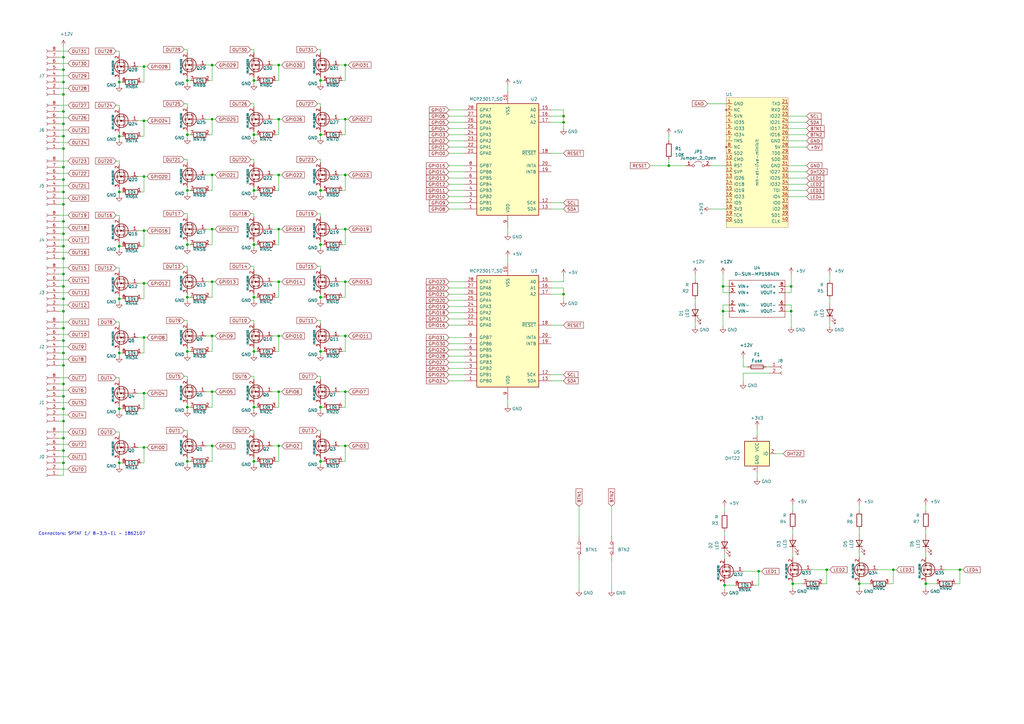
<source format=kicad_sch>
(kicad_sch (version 20210126) (generator eeschema)
  (paper "A3")
  (junction (at 26.035 23.495) (diameter 0.9144))
  (junction (at 26.035 28.575) (diameter 0.9144))
  (junction (at 26.035 33.655) (diameter 0.9144))
  (junction (at 26.035 38.735) (diameter 0.9144))
  (junction (at 26.035 45.72) (diameter 0.9144))
  (junction (at 26.035 50.8) (diameter 0.9144))
  (junction (at 26.035 55.88) (diameter 0.9144))
  (junction (at 26.035 60.96) (diameter 0.9144))
  (junction (at 26.035 68.58) (diameter 0.9144))
  (junction (at 26.035 73.66) (diameter 0.9144))
  (junction (at 26.035 78.74) (diameter 0.9144))
  (junction (at 26.035 83.82) (diameter 0.9144))
  (junction (at 26.035 90.805) (diameter 0.9144))
  (junction (at 26.035 95.885) (diameter 0.9144))
  (junction (at 26.035 100.965) (diameter 0.9144))
  (junction (at 26.035 106.045) (diameter 0.9144))
  (junction (at 26.035 112.395) (diameter 0.9144))
  (junction (at 26.035 117.475) (diameter 0.9144))
  (junction (at 26.035 122.555) (diameter 0.9144))
  (junction (at 26.035 127.635) (diameter 0.9144))
  (junction (at 26.035 134.62) (diameter 0.9144))
  (junction (at 26.035 139.7) (diameter 0.9144))
  (junction (at 26.035 144.78) (diameter 0.9144))
  (junction (at 26.035 149.86) (diameter 0.9144))
  (junction (at 26.035 157.48) (diameter 0.9144))
  (junction (at 26.035 162.56) (diameter 0.9144))
  (junction (at 26.035 167.64) (diameter 0.9144))
  (junction (at 26.035 172.72) (diameter 0.9144))
  (junction (at 26.035 179.705) (diameter 0.9144))
  (junction (at 26.035 184.785) (diameter 0.9144))
  (junction (at 26.035 189.865) (diameter 0.9144))
  (junction (at 48.895 33.655) (diameter 0.9144))
  (junction (at 48.895 55.88) (diameter 0.9144))
  (junction (at 48.895 78.74) (diameter 0.9144))
  (junction (at 48.895 100.965) (diameter 0.9144))
  (junction (at 48.895 122.555) (diameter 0.9144))
  (junction (at 48.895 144.78) (diameter 0.9144))
  (junction (at 48.895 167.64) (diameter 0.9144))
  (junction (at 48.895 189.865) (diameter 0.9144))
  (junction (at 59.055 27.305) (diameter 0.9144))
  (junction (at 59.055 49.53) (diameter 0.9144))
  (junction (at 59.055 72.39) (diameter 0.9144))
  (junction (at 59.055 94.615) (diameter 0.9144))
  (junction (at 59.055 116.205) (diameter 0.9144))
  (junction (at 59.055 138.43) (diameter 0.9144))
  (junction (at 59.055 161.29) (diameter 0.9144))
  (junction (at 59.055 183.515) (diameter 0.9144))
  (junction (at 76.835 33.02) (diameter 0.9144))
  (junction (at 76.835 55.245) (diameter 0.9144))
  (junction (at 76.835 78.105) (diameter 0.9144))
  (junction (at 76.835 100.33) (diameter 0.9144))
  (junction (at 76.835 121.92) (diameter 0.9144))
  (junction (at 76.835 144.145) (diameter 0.9144))
  (junction (at 76.835 167.005) (diameter 0.9144))
  (junction (at 76.835 189.23) (diameter 0.9144))
  (junction (at 86.995 26.67) (diameter 0.9144))
  (junction (at 86.995 48.895) (diameter 0.9144))
  (junction (at 86.995 71.755) (diameter 0.9144))
  (junction (at 86.995 93.98) (diameter 0.9144))
  (junction (at 86.995 115.57) (diameter 0.9144))
  (junction (at 86.995 137.795) (diameter 0.9144))
  (junction (at 86.995 160.655) (diameter 0.9144))
  (junction (at 86.995 182.88) (diameter 0.9144))
  (junction (at 104.14 33.02) (diameter 0.9144))
  (junction (at 104.14 55.245) (diameter 0.9144))
  (junction (at 104.14 78.105) (diameter 0.9144))
  (junction (at 104.14 100.33) (diameter 0.9144))
  (junction (at 104.14 121.92) (diameter 0.9144))
  (junction (at 104.14 144.145) (diameter 0.9144))
  (junction (at 104.14 167.005) (diameter 0.9144))
  (junction (at 104.14 189.23) (diameter 0.9144))
  (junction (at 114.3 26.67) (diameter 0.9144))
  (junction (at 114.3 48.895) (diameter 0.9144))
  (junction (at 114.3 71.755) (diameter 0.9144))
  (junction (at 114.3 93.98) (diameter 0.9144))
  (junction (at 114.3 115.57) (diameter 0.9144))
  (junction (at 114.3 137.795) (diameter 0.9144))
  (junction (at 114.3 160.655) (diameter 0.9144))
  (junction (at 114.3 182.88) (diameter 0.9144))
  (junction (at 131.445 33.02) (diameter 0.9144))
  (junction (at 131.445 55.245) (diameter 0.9144))
  (junction (at 131.445 78.105) (diameter 0.9144))
  (junction (at 131.445 100.33) (diameter 0.9144))
  (junction (at 131.445 121.92) (diameter 0.9144))
  (junction (at 131.445 144.145) (diameter 0.9144))
  (junction (at 131.445 167.005) (diameter 0.9144))
  (junction (at 131.445 189.23) (diameter 0.9144))
  (junction (at 141.605 26.67) (diameter 0.9144))
  (junction (at 141.605 48.895) (diameter 0.9144))
  (junction (at 141.605 71.755) (diameter 0.9144))
  (junction (at 141.605 93.98) (diameter 0.9144))
  (junction (at 141.605 115.57) (diameter 0.9144))
  (junction (at 141.605 137.795) (diameter 0.9144))
  (junction (at 141.605 160.655) (diameter 0.9144))
  (junction (at 141.605 182.88) (diameter 0.9144))
  (junction (at 231.14 47.625) (diameter 0.9144))
  (junction (at 231.14 50.165) (diameter 0.9144))
  (junction (at 231.14 120.65) (diameter 0.9144))
  (junction (at 274.32 67.945) (diameter 0.9144))
  (junction (at 296.545 117.475) (diameter 0.9144))
  (junction (at 296.545 127.635) (diameter 0.9144))
  (junction (at 297.18 240.03) (diameter 0.9144))
  (junction (at 311.15 234.315) (diameter 0.9144))
  (junction (at 324.485 117.475) (diameter 0.9144))
  (junction (at 324.485 127.635) (diameter 0.9144))
  (junction (at 325.12 239.395) (diameter 0.9144))
  (junction (at 339.09 233.68) (diameter 0.9144))
  (junction (at 352.425 239.395) (diameter 0.9144))
  (junction (at 366.395 233.68) (diameter 0.9144))
  (junction (at 379.73 239.395) (diameter 0.9144))
  (junction (at 393.7 233.68) (diameter 0.9144))
  (wire (pts (xy 24.13 20.955) (xy 27.94 20.955)))
  (wire (pts (xy 24.13 26.035) (xy 27.94 26.035)))
  (wire (pts (xy 24.13 31.115) (xy 27.94 31.115)))
  (wire (pts (xy 24.13 36.195) (xy 27.94 36.195)))
  (wire (pts (xy 24.13 38.735) (xy 26.035 38.735)))
  (wire (pts (xy 24.13 43.18) (xy 27.94 43.18)))
  (wire (pts (xy 24.13 48.26) (xy 27.94 48.26)))
  (wire (pts (xy 24.13 53.34) (xy 27.94 53.34)))
  (wire (pts (xy 24.13 58.42) (xy 27.94 58.42)))
  (wire (pts (xy 24.13 60.96) (xy 26.035 60.96)))
  (wire (pts (xy 24.13 66.04) (xy 27.94 66.04)))
  (wire (pts (xy 24.13 71.12) (xy 27.94 71.12)))
  (wire (pts (xy 24.13 76.2) (xy 27.94 76.2)))
  (wire (pts (xy 24.13 81.28) (xy 27.94 81.28)))
  (wire (pts (xy 24.13 83.82) (xy 26.035 83.82)))
  (wire (pts (xy 24.13 88.265) (xy 27.94 88.265)))
  (wire (pts (xy 24.13 93.345) (xy 27.94 93.345)))
  (wire (pts (xy 24.13 98.425) (xy 27.94 98.425)))
  (wire (pts (xy 24.13 103.505) (xy 27.94 103.505)))
  (wire (pts (xy 24.13 106.045) (xy 26.035 106.045)))
  (wire (pts (xy 24.13 109.855) (xy 27.94 109.855)))
  (wire (pts (xy 24.13 114.935) (xy 27.94 114.935)))
  (wire (pts (xy 24.13 120.015) (xy 27.94 120.015)))
  (wire (pts (xy 24.13 125.095) (xy 27.94 125.095)))
  (wire (pts (xy 24.13 127.635) (xy 26.035 127.635)))
  (wire (pts (xy 24.13 132.08) (xy 27.94 132.08)))
  (wire (pts (xy 24.13 137.16) (xy 27.94 137.16)))
  (wire (pts (xy 24.13 142.24) (xy 27.94 142.24)))
  (wire (pts (xy 24.13 147.32) (xy 27.94 147.32)))
  (wire (pts (xy 24.13 149.86) (xy 26.035 149.86)))
  (wire (pts (xy 24.13 154.94) (xy 27.94 154.94)))
  (wire (pts (xy 24.13 160.02) (xy 27.94 160.02)))
  (wire (pts (xy 24.13 165.1) (xy 27.94 165.1)))
  (wire (pts (xy 24.13 170.18) (xy 27.94 170.18)))
  (wire (pts (xy 24.13 172.72) (xy 26.035 172.72)))
  (wire (pts (xy 24.13 177.165) (xy 27.94 177.165)))
  (wire (pts (xy 24.13 182.245) (xy 27.94 182.245)))
  (wire (pts (xy 24.13 187.325) (xy 27.94 187.325)))
  (wire (pts (xy 24.13 192.405) (xy 27.94 192.405)))
  (wire (pts (xy 24.13 194.945) (xy 26.035 194.945)))
  (wire (pts (xy 26.035 19.05) (xy 26.035 23.495)))
  (wire (pts (xy 26.035 23.495) (xy 24.13 23.495)))
  (wire (pts (xy 26.035 28.575) (xy 24.13 28.575)))
  (wire (pts (xy 26.035 28.575) (xy 26.035 23.495)))
  (wire (pts (xy 26.035 33.655) (xy 24.13 33.655)))
  (wire (pts (xy 26.035 33.655) (xy 26.035 28.575)))
  (wire (pts (xy 26.035 38.735) (xy 26.035 33.655)))
  (wire (pts (xy 26.035 38.735) (xy 26.035 45.72)))
  (wire (pts (xy 26.035 45.72) (xy 24.13 45.72)))
  (wire (pts (xy 26.035 50.8) (xy 24.13 50.8)))
  (wire (pts (xy 26.035 50.8) (xy 26.035 45.72)))
  (wire (pts (xy 26.035 55.88) (xy 24.13 55.88)))
  (wire (pts (xy 26.035 55.88) (xy 26.035 50.8)))
  (wire (pts (xy 26.035 60.96) (xy 26.035 55.88)))
  (wire (pts (xy 26.035 60.96) (xy 26.035 68.58)))
  (wire (pts (xy 26.035 68.58) (xy 24.13 68.58)))
  (wire (pts (xy 26.035 73.66) (xy 24.13 73.66)))
  (wire (pts (xy 26.035 73.66) (xy 26.035 68.58)))
  (wire (pts (xy 26.035 78.74) (xy 24.13 78.74)))
  (wire (pts (xy 26.035 78.74) (xy 26.035 73.66)))
  (wire (pts (xy 26.035 83.82) (xy 26.035 78.74)))
  (wire (pts (xy 26.035 83.82) (xy 26.035 90.805)))
  (wire (pts (xy 26.035 90.805) (xy 24.13 90.805)))
  (wire (pts (xy 26.035 95.885) (xy 24.13 95.885)))
  (wire (pts (xy 26.035 95.885) (xy 26.035 90.805)))
  (wire (pts (xy 26.035 100.965) (xy 24.13 100.965)))
  (wire (pts (xy 26.035 100.965) (xy 26.035 95.885)))
  (wire (pts (xy 26.035 106.045) (xy 26.035 100.965)))
  (wire (pts (xy 26.035 106.045) (xy 26.035 112.395)))
  (wire (pts (xy 26.035 112.395) (xy 24.13 112.395)))
  (wire (pts (xy 26.035 117.475) (xy 24.13 117.475)))
  (wire (pts (xy 26.035 117.475) (xy 26.035 112.395)))
  (wire (pts (xy 26.035 122.555) (xy 24.13 122.555)))
  (wire (pts (xy 26.035 122.555) (xy 26.035 117.475)))
  (wire (pts (xy 26.035 127.635) (xy 26.035 122.555)))
  (wire (pts (xy 26.035 127.635) (xy 26.035 134.62)))
  (wire (pts (xy 26.035 134.62) (xy 24.13 134.62)))
  (wire (pts (xy 26.035 139.7) (xy 24.13 139.7)))
  (wire (pts (xy 26.035 139.7) (xy 26.035 134.62)))
  (wire (pts (xy 26.035 144.78) (xy 24.13 144.78)))
  (wire (pts (xy 26.035 144.78) (xy 26.035 139.7)))
  (wire (pts (xy 26.035 149.86) (xy 26.035 144.78)))
  (wire (pts (xy 26.035 149.86) (xy 26.035 157.48)))
  (wire (pts (xy 26.035 157.48) (xy 24.13 157.48)))
  (wire (pts (xy 26.035 162.56) (xy 24.13 162.56)))
  (wire (pts (xy 26.035 162.56) (xy 26.035 157.48)))
  (wire (pts (xy 26.035 167.64) (xy 24.13 167.64)))
  (wire (pts (xy 26.035 167.64) (xy 26.035 162.56)))
  (wire (pts (xy 26.035 172.72) (xy 26.035 167.64)))
  (wire (pts (xy 26.035 172.72) (xy 26.035 179.705)))
  (wire (pts (xy 26.035 179.705) (xy 24.13 179.705)))
  (wire (pts (xy 26.035 184.785) (xy 24.13 184.785)))
  (wire (pts (xy 26.035 184.785) (xy 26.035 179.705)))
  (wire (pts (xy 26.035 189.865) (xy 24.13 189.865)))
  (wire (pts (xy 26.035 189.865) (xy 26.035 184.785)))
  (wire (pts (xy 26.035 194.945) (xy 26.035 189.865)))
  (wire (pts (xy 47.625 20.955) (xy 48.895 20.955)))
  (wire (pts (xy 47.625 43.18) (xy 48.895 43.18)))
  (wire (pts (xy 47.625 66.04) (xy 48.895 66.04)))
  (wire (pts (xy 47.625 88.265) (xy 48.895 88.265)))
  (wire (pts (xy 47.625 109.855) (xy 48.895 109.855)))
  (wire (pts (xy 47.625 132.08) (xy 48.895 132.08)))
  (wire (pts (xy 47.625 154.94) (xy 48.895 154.94)))
  (wire (pts (xy 47.625 177.165) (xy 48.895 177.165)))
  (wire (pts (xy 48.895 20.955) (xy 48.895 22.225)))
  (wire (pts (xy 48.895 32.385) (xy 48.895 33.655)))
  (wire (pts (xy 48.895 33.655) (xy 48.895 34.925)))
  (wire (pts (xy 48.895 33.655) (xy 50.165 33.655)))
  (wire (pts (xy 48.895 43.18) (xy 48.895 44.45)))
  (wire (pts (xy 48.895 54.61) (xy 48.895 55.88)))
  (wire (pts (xy 48.895 55.88) (xy 48.895 57.15)))
  (wire (pts (xy 48.895 55.88) (xy 50.165 55.88)))
  (wire (pts (xy 48.895 66.04) (xy 48.895 67.31)))
  (wire (pts (xy 48.895 77.47) (xy 48.895 78.74)))
  (wire (pts (xy 48.895 78.74) (xy 48.895 80.01)))
  (wire (pts (xy 48.895 78.74) (xy 50.165 78.74)))
  (wire (pts (xy 48.895 88.265) (xy 48.895 89.535)))
  (wire (pts (xy 48.895 99.695) (xy 48.895 100.965)))
  (wire (pts (xy 48.895 100.965) (xy 48.895 102.235)))
  (wire (pts (xy 48.895 100.965) (xy 50.165 100.965)))
  (wire (pts (xy 48.895 109.855) (xy 48.895 111.125)))
  (wire (pts (xy 48.895 121.285) (xy 48.895 122.555)))
  (wire (pts (xy 48.895 122.555) (xy 48.895 123.825)))
  (wire (pts (xy 48.895 122.555) (xy 50.165 122.555)))
  (wire (pts (xy 48.895 132.08) (xy 48.895 133.35)))
  (wire (pts (xy 48.895 143.51) (xy 48.895 144.78)))
  (wire (pts (xy 48.895 144.78) (xy 48.895 146.05)))
  (wire (pts (xy 48.895 144.78) (xy 50.165 144.78)))
  (wire (pts (xy 48.895 154.94) (xy 48.895 156.21)))
  (wire (pts (xy 48.895 166.37) (xy 48.895 167.64)))
  (wire (pts (xy 48.895 167.64) (xy 48.895 168.91)))
  (wire (pts (xy 48.895 167.64) (xy 50.165 167.64)))
  (wire (pts (xy 48.895 177.165) (xy 48.895 178.435)))
  (wire (pts (xy 48.895 188.595) (xy 48.895 189.865)))
  (wire (pts (xy 48.895 189.865) (xy 48.895 191.135)))
  (wire (pts (xy 48.895 189.865) (xy 50.165 189.865)))
  (wire (pts (xy 57.785 33.655) (xy 59.055 33.655)))
  (wire (pts (xy 57.785 55.88) (xy 59.055 55.88)))
  (wire (pts (xy 57.785 78.74) (xy 59.055 78.74)))
  (wire (pts (xy 57.785 100.965) (xy 59.055 100.965)))
  (wire (pts (xy 57.785 122.555) (xy 59.055 122.555)))
  (wire (pts (xy 57.785 144.78) (xy 59.055 144.78)))
  (wire (pts (xy 57.785 167.64) (xy 59.055 167.64)))
  (wire (pts (xy 57.785 189.865) (xy 59.055 189.865)))
  (wire (pts (xy 59.055 27.305) (xy 56.515 27.305)))
  (wire (pts (xy 59.055 27.305) (xy 59.055 33.655)))
  (wire (pts (xy 59.055 49.53) (xy 56.515 49.53)))
  (wire (pts (xy 59.055 49.53) (xy 59.055 55.88)))
  (wire (pts (xy 59.055 72.39) (xy 56.515 72.39)))
  (wire (pts (xy 59.055 72.39) (xy 59.055 78.74)))
  (wire (pts (xy 59.055 94.615) (xy 56.515 94.615)))
  (wire (pts (xy 59.055 94.615) (xy 59.055 100.965)))
  (wire (pts (xy 59.055 116.205) (xy 56.515 116.205)))
  (wire (pts (xy 59.055 116.205) (xy 59.055 122.555)))
  (wire (pts (xy 59.055 138.43) (xy 56.515 138.43)))
  (wire (pts (xy 59.055 138.43) (xy 59.055 144.78)))
  (wire (pts (xy 59.055 161.29) (xy 56.515 161.29)))
  (wire (pts (xy 59.055 161.29) (xy 59.055 167.64)))
  (wire (pts (xy 59.055 183.515) (xy 56.515 183.515)))
  (wire (pts (xy 59.055 183.515) (xy 59.055 189.865)))
  (wire (pts (xy 60.325 27.305) (xy 59.055 27.305)))
  (wire (pts (xy 60.325 49.53) (xy 59.055 49.53)))
  (wire (pts (xy 60.325 72.39) (xy 59.055 72.39)))
  (wire (pts (xy 60.325 94.615) (xy 59.055 94.615)))
  (wire (pts (xy 60.325 116.205) (xy 59.055 116.205)))
  (wire (pts (xy 60.325 138.43) (xy 59.055 138.43)))
  (wire (pts (xy 60.325 161.29) (xy 59.055 161.29)))
  (wire (pts (xy 60.325 183.515) (xy 59.055 183.515)))
  (wire (pts (xy 75.565 20.32) (xy 76.835 20.32)))
  (wire (pts (xy 75.565 42.545) (xy 76.835 42.545)))
  (wire (pts (xy 75.565 65.405) (xy 76.835 65.405)))
  (wire (pts (xy 75.565 87.63) (xy 76.835 87.63)))
  (wire (pts (xy 75.565 109.22) (xy 76.835 109.22)))
  (wire (pts (xy 75.565 131.445) (xy 76.835 131.445)))
  (wire (pts (xy 75.565 154.305) (xy 76.835 154.305)))
  (wire (pts (xy 75.565 176.53) (xy 76.835 176.53)))
  (wire (pts (xy 76.835 20.32) (xy 76.835 21.59)))
  (wire (pts (xy 76.835 31.75) (xy 76.835 33.02)))
  (wire (pts (xy 76.835 33.02) (xy 76.835 34.29)))
  (wire (pts (xy 76.835 33.02) (xy 78.105 33.02)))
  (wire (pts (xy 76.835 42.545) (xy 76.835 43.815)))
  (wire (pts (xy 76.835 53.975) (xy 76.835 55.245)))
  (wire (pts (xy 76.835 55.245) (xy 76.835 56.515)))
  (wire (pts (xy 76.835 55.245) (xy 78.105 55.245)))
  (wire (pts (xy 76.835 65.405) (xy 76.835 66.675)))
  (wire (pts (xy 76.835 76.835) (xy 76.835 78.105)))
  (wire (pts (xy 76.835 78.105) (xy 76.835 79.375)))
  (wire (pts (xy 76.835 78.105) (xy 78.105 78.105)))
  (wire (pts (xy 76.835 87.63) (xy 76.835 88.9)))
  (wire (pts (xy 76.835 99.06) (xy 76.835 100.33)))
  (wire (pts (xy 76.835 100.33) (xy 76.835 101.6)))
  (wire (pts (xy 76.835 100.33) (xy 78.105 100.33)))
  (wire (pts (xy 76.835 109.22) (xy 76.835 110.49)))
  (wire (pts (xy 76.835 120.65) (xy 76.835 121.92)))
  (wire (pts (xy 76.835 121.92) (xy 76.835 123.19)))
  (wire (pts (xy 76.835 121.92) (xy 78.105 121.92)))
  (wire (pts (xy 76.835 131.445) (xy 76.835 132.715)))
  (wire (pts (xy 76.835 142.875) (xy 76.835 144.145)))
  (wire (pts (xy 76.835 144.145) (xy 76.835 145.415)))
  (wire (pts (xy 76.835 144.145) (xy 78.105 144.145)))
  (wire (pts (xy 76.835 154.305) (xy 76.835 155.575)))
  (wire (pts (xy 76.835 165.735) (xy 76.835 167.005)))
  (wire (pts (xy 76.835 167.005) (xy 76.835 168.275)))
  (wire (pts (xy 76.835 167.005) (xy 78.105 167.005)))
  (wire (pts (xy 76.835 176.53) (xy 76.835 177.8)))
  (wire (pts (xy 76.835 187.96) (xy 76.835 189.23)))
  (wire (pts (xy 76.835 189.23) (xy 76.835 190.5)))
  (wire (pts (xy 76.835 189.23) (xy 78.105 189.23)))
  (wire (pts (xy 85.725 33.02) (xy 86.995 33.02)))
  (wire (pts (xy 85.725 55.245) (xy 86.995 55.245)))
  (wire (pts (xy 85.725 78.105) (xy 86.995 78.105)))
  (wire (pts (xy 85.725 100.33) (xy 86.995 100.33)))
  (wire (pts (xy 85.725 121.92) (xy 86.995 121.92)))
  (wire (pts (xy 85.725 144.145) (xy 86.995 144.145)))
  (wire (pts (xy 85.725 167.005) (xy 86.995 167.005)))
  (wire (pts (xy 85.725 189.23) (xy 86.995 189.23)))
  (wire (pts (xy 86.995 26.67) (xy 84.455 26.67)))
  (wire (pts (xy 86.995 26.67) (xy 86.995 33.02)))
  (wire (pts (xy 86.995 48.895) (xy 84.455 48.895)))
  (wire (pts (xy 86.995 48.895) (xy 86.995 55.245)))
  (wire (pts (xy 86.995 71.755) (xy 84.455 71.755)))
  (wire (pts (xy 86.995 71.755) (xy 86.995 78.105)))
  (wire (pts (xy 86.995 93.98) (xy 84.455 93.98)))
  (wire (pts (xy 86.995 93.98) (xy 86.995 100.33)))
  (wire (pts (xy 86.995 115.57) (xy 84.455 115.57)))
  (wire (pts (xy 86.995 115.57) (xy 86.995 121.92)))
  (wire (pts (xy 86.995 137.795) (xy 84.455 137.795)))
  (wire (pts (xy 86.995 137.795) (xy 86.995 144.145)))
  (wire (pts (xy 86.995 160.655) (xy 84.455 160.655)))
  (wire (pts (xy 86.995 160.655) (xy 86.995 167.005)))
  (wire (pts (xy 86.995 182.88) (xy 84.455 182.88)))
  (wire (pts (xy 86.995 182.88) (xy 86.995 189.23)))
  (wire (pts (xy 88.265 26.67) (xy 86.995 26.67)))
  (wire (pts (xy 88.265 48.895) (xy 86.995 48.895)))
  (wire (pts (xy 88.265 71.755) (xy 86.995 71.755)))
  (wire (pts (xy 88.265 93.98) (xy 86.995 93.98)))
  (wire (pts (xy 88.265 115.57) (xy 86.995 115.57)))
  (wire (pts (xy 88.265 137.795) (xy 86.995 137.795)))
  (wire (pts (xy 88.265 160.655) (xy 86.995 160.655)))
  (wire (pts (xy 88.265 182.88) (xy 86.995 182.88)))
  (wire (pts (xy 102.87 20.32) (xy 104.14 20.32)))
  (wire (pts (xy 102.87 42.545) (xy 104.14 42.545)))
  (wire (pts (xy 102.87 65.405) (xy 104.14 65.405)))
  (wire (pts (xy 102.87 87.63) (xy 104.14 87.63)))
  (wire (pts (xy 102.87 109.22) (xy 104.14 109.22)))
  (wire (pts (xy 102.87 131.445) (xy 104.14 131.445)))
  (wire (pts (xy 102.87 154.305) (xy 104.14 154.305)))
  (wire (pts (xy 102.87 176.53) (xy 104.14 176.53)))
  (wire (pts (xy 104.14 20.32) (xy 104.14 21.59)))
  (wire (pts (xy 104.14 31.75) (xy 104.14 33.02)))
  (wire (pts (xy 104.14 33.02) (xy 104.14 34.29)))
  (wire (pts (xy 104.14 33.02) (xy 105.41 33.02)))
  (wire (pts (xy 104.14 42.545) (xy 104.14 43.815)))
  (wire (pts (xy 104.14 53.975) (xy 104.14 55.245)))
  (wire (pts (xy 104.14 55.245) (xy 104.14 56.515)))
  (wire (pts (xy 104.14 55.245) (xy 105.41 55.245)))
  (wire (pts (xy 104.14 65.405) (xy 104.14 66.675)))
  (wire (pts (xy 104.14 76.835) (xy 104.14 78.105)))
  (wire (pts (xy 104.14 78.105) (xy 104.14 79.375)))
  (wire (pts (xy 104.14 78.105) (xy 105.41 78.105)))
  (wire (pts (xy 104.14 87.63) (xy 104.14 88.9)))
  (wire (pts (xy 104.14 99.06) (xy 104.14 100.33)))
  (wire (pts (xy 104.14 100.33) (xy 104.14 101.6)))
  (wire (pts (xy 104.14 100.33) (xy 105.41 100.33)))
  (wire (pts (xy 104.14 109.22) (xy 104.14 110.49)))
  (wire (pts (xy 104.14 120.65) (xy 104.14 121.92)))
  (wire (pts (xy 104.14 121.92) (xy 104.14 123.19)))
  (wire (pts (xy 104.14 121.92) (xy 105.41 121.92)))
  (wire (pts (xy 104.14 131.445) (xy 104.14 132.715)))
  (wire (pts (xy 104.14 142.875) (xy 104.14 144.145)))
  (wire (pts (xy 104.14 144.145) (xy 104.14 145.415)))
  (wire (pts (xy 104.14 144.145) (xy 105.41 144.145)))
  (wire (pts (xy 104.14 154.305) (xy 104.14 155.575)))
  (wire (pts (xy 104.14 165.735) (xy 104.14 167.005)))
  (wire (pts (xy 104.14 167.005) (xy 104.14 168.275)))
  (wire (pts (xy 104.14 167.005) (xy 105.41 167.005)))
  (wire (pts (xy 104.14 176.53) (xy 104.14 177.8)))
  (wire (pts (xy 104.14 187.96) (xy 104.14 189.23)))
  (wire (pts (xy 104.14 189.23) (xy 104.14 190.5)))
  (wire (pts (xy 104.14 189.23) (xy 105.41 189.23)))
  (wire (pts (xy 113.03 33.02) (xy 114.3 33.02)))
  (wire (pts (xy 113.03 55.245) (xy 114.3 55.245)))
  (wire (pts (xy 113.03 78.105) (xy 114.3 78.105)))
  (wire (pts (xy 113.03 100.33) (xy 114.3 100.33)))
  (wire (pts (xy 113.03 121.92) (xy 114.3 121.92)))
  (wire (pts (xy 113.03 144.145) (xy 114.3 144.145)))
  (wire (pts (xy 113.03 167.005) (xy 114.3 167.005)))
  (wire (pts (xy 113.03 189.23) (xy 114.3 189.23)))
  (wire (pts (xy 114.3 26.67) (xy 111.76 26.67)))
  (wire (pts (xy 114.3 26.67) (xy 114.3 33.02)))
  (wire (pts (xy 114.3 48.895) (xy 111.76 48.895)))
  (wire (pts (xy 114.3 48.895) (xy 114.3 55.245)))
  (wire (pts (xy 114.3 71.755) (xy 111.76 71.755)))
  (wire (pts (xy 114.3 71.755) (xy 114.3 78.105)))
  (wire (pts (xy 114.3 93.98) (xy 111.76 93.98)))
  (wire (pts (xy 114.3 93.98) (xy 114.3 100.33)))
  (wire (pts (xy 114.3 115.57) (xy 111.76 115.57)))
  (wire (pts (xy 114.3 115.57) (xy 114.3 121.92)))
  (wire (pts (xy 114.3 137.795) (xy 111.76 137.795)))
  (wire (pts (xy 114.3 137.795) (xy 114.3 144.145)))
  (wire (pts (xy 114.3 160.655) (xy 111.76 160.655)))
  (wire (pts (xy 114.3 160.655) (xy 114.3 167.005)))
  (wire (pts (xy 114.3 182.88) (xy 111.76 182.88)))
  (wire (pts (xy 114.3 182.88) (xy 114.3 189.23)))
  (wire (pts (xy 115.57 26.67) (xy 114.3 26.67)))
  (wire (pts (xy 115.57 48.895) (xy 114.3 48.895)))
  (wire (pts (xy 115.57 71.755) (xy 114.3 71.755)))
  (wire (pts (xy 115.57 93.98) (xy 114.3 93.98)))
  (wire (pts (xy 115.57 115.57) (xy 114.3 115.57)))
  (wire (pts (xy 115.57 137.795) (xy 114.3 137.795)))
  (wire (pts (xy 115.57 160.655) (xy 114.3 160.655)))
  (wire (pts (xy 115.57 182.88) (xy 114.3 182.88)))
  (wire (pts (xy 130.175 20.32) (xy 131.445 20.32)))
  (wire (pts (xy 130.175 42.545) (xy 131.445 42.545)))
  (wire (pts (xy 130.175 65.405) (xy 131.445 65.405)))
  (wire (pts (xy 130.175 87.63) (xy 131.445 87.63)))
  (wire (pts (xy 130.175 109.22) (xy 131.445 109.22)))
  (wire (pts (xy 130.175 131.445) (xy 131.445 131.445)))
  (wire (pts (xy 130.175 154.305) (xy 131.445 154.305)))
  (wire (pts (xy 130.175 176.53) (xy 131.445 176.53)))
  (wire (pts (xy 131.445 20.32) (xy 131.445 21.59)))
  (wire (pts (xy 131.445 31.75) (xy 131.445 33.02)))
  (wire (pts (xy 131.445 33.02) (xy 131.445 34.29)))
  (wire (pts (xy 131.445 33.02) (xy 132.715 33.02)))
  (wire (pts (xy 131.445 42.545) (xy 131.445 43.815)))
  (wire (pts (xy 131.445 53.975) (xy 131.445 55.245)))
  (wire (pts (xy 131.445 55.245) (xy 131.445 56.515)))
  (wire (pts (xy 131.445 55.245) (xy 132.715 55.245)))
  (wire (pts (xy 131.445 65.405) (xy 131.445 66.675)))
  (wire (pts (xy 131.445 76.835) (xy 131.445 78.105)))
  (wire (pts (xy 131.445 78.105) (xy 131.445 79.375)))
  (wire (pts (xy 131.445 78.105) (xy 132.715 78.105)))
  (wire (pts (xy 131.445 87.63) (xy 131.445 88.9)))
  (wire (pts (xy 131.445 99.06) (xy 131.445 100.33)))
  (wire (pts (xy 131.445 100.33) (xy 131.445 101.6)))
  (wire (pts (xy 131.445 100.33) (xy 132.715 100.33)))
  (wire (pts (xy 131.445 109.22) (xy 131.445 110.49)))
  (wire (pts (xy 131.445 120.65) (xy 131.445 121.92)))
  (wire (pts (xy 131.445 121.92) (xy 131.445 123.19)))
  (wire (pts (xy 131.445 121.92) (xy 132.715 121.92)))
  (wire (pts (xy 131.445 131.445) (xy 131.445 132.715)))
  (wire (pts (xy 131.445 142.875) (xy 131.445 144.145)))
  (wire (pts (xy 131.445 144.145) (xy 131.445 145.415)))
  (wire (pts (xy 131.445 144.145) (xy 132.715 144.145)))
  (wire (pts (xy 131.445 154.305) (xy 131.445 155.575)))
  (wire (pts (xy 131.445 165.735) (xy 131.445 167.005)))
  (wire (pts (xy 131.445 167.005) (xy 131.445 168.275)))
  (wire (pts (xy 131.445 167.005) (xy 132.715 167.005)))
  (wire (pts (xy 131.445 176.53) (xy 131.445 177.8)))
  (wire (pts (xy 131.445 187.96) (xy 131.445 189.23)))
  (wire (pts (xy 131.445 189.23) (xy 131.445 190.5)))
  (wire (pts (xy 131.445 189.23) (xy 132.715 189.23)))
  (wire (pts (xy 140.335 33.02) (xy 141.605 33.02)))
  (wire (pts (xy 140.335 55.245) (xy 141.605 55.245)))
  (wire (pts (xy 140.335 78.105) (xy 141.605 78.105)))
  (wire (pts (xy 140.335 100.33) (xy 141.605 100.33)))
  (wire (pts (xy 140.335 121.92) (xy 141.605 121.92)))
  (wire (pts (xy 140.335 144.145) (xy 141.605 144.145)))
  (wire (pts (xy 140.335 167.005) (xy 141.605 167.005)))
  (wire (pts (xy 140.335 189.23) (xy 141.605 189.23)))
  (wire (pts (xy 141.605 26.67) (xy 139.065 26.67)))
  (wire (pts (xy 141.605 26.67) (xy 141.605 33.02)))
  (wire (pts (xy 141.605 48.895) (xy 139.065 48.895)))
  (wire (pts (xy 141.605 48.895) (xy 141.605 55.245)))
  (wire (pts (xy 141.605 71.755) (xy 139.065 71.755)))
  (wire (pts (xy 141.605 71.755) (xy 141.605 78.105)))
  (wire (pts (xy 141.605 93.98) (xy 139.065 93.98)))
  (wire (pts (xy 141.605 93.98) (xy 141.605 100.33)))
  (wire (pts (xy 141.605 115.57) (xy 139.065 115.57)))
  (wire (pts (xy 141.605 115.57) (xy 141.605 121.92)))
  (wire (pts (xy 141.605 137.795) (xy 139.065 137.795)))
  (wire (pts (xy 141.605 137.795) (xy 141.605 144.145)))
  (wire (pts (xy 141.605 160.655) (xy 139.065 160.655)))
  (wire (pts (xy 141.605 160.655) (xy 141.605 167.005)))
  (wire (pts (xy 141.605 182.88) (xy 139.065 182.88)))
  (wire (pts (xy 141.605 182.88) (xy 141.605 189.23)))
  (wire (pts (xy 142.875 26.67) (xy 141.605 26.67)))
  (wire (pts (xy 142.875 48.895) (xy 141.605 48.895)))
  (wire (pts (xy 142.875 71.755) (xy 141.605 71.755)))
  (wire (pts (xy 142.875 93.98) (xy 141.605 93.98)))
  (wire (pts (xy 142.875 115.57) (xy 141.605 115.57)))
  (wire (pts (xy 142.875 137.795) (xy 141.605 137.795)))
  (wire (pts (xy 142.875 160.655) (xy 141.605 160.655)))
  (wire (pts (xy 142.875 182.88) (xy 141.605 182.88)))
  (wire (pts (xy 184.15 45.085) (xy 190.5 45.085)))
  (wire (pts (xy 184.15 47.625) (xy 190.5 47.625)))
  (wire (pts (xy 184.15 50.165) (xy 190.5 50.165)))
  (wire (pts (xy 184.15 52.705) (xy 190.5 52.705)))
  (wire (pts (xy 184.15 55.245) (xy 190.5 55.245)))
  (wire (pts (xy 184.15 57.785) (xy 190.5 57.785)))
  (wire (pts (xy 184.15 60.325) (xy 190.5 60.325)))
  (wire (pts (xy 184.15 62.865) (xy 190.5 62.865)))
  (wire (pts (xy 184.15 67.945) (xy 190.5 67.945)))
  (wire (pts (xy 184.15 70.485) (xy 190.5 70.485)))
  (wire (pts (xy 184.15 73.025) (xy 190.5 73.025)))
  (wire (pts (xy 184.15 75.565) (xy 190.5 75.565)))
  (wire (pts (xy 184.15 78.105) (xy 190.5 78.105)))
  (wire (pts (xy 184.15 80.645) (xy 190.5 80.645)))
  (wire (pts (xy 184.15 83.185) (xy 190.5 83.185)))
  (wire (pts (xy 184.15 85.725) (xy 190.5 85.725)))
  (wire (pts (xy 184.15 115.57) (xy 190.5 115.57)))
  (wire (pts (xy 184.15 118.11) (xy 190.5 118.11)))
  (wire (pts (xy 184.15 120.65) (xy 190.5 120.65)))
  (wire (pts (xy 184.15 123.19) (xy 190.5 123.19)))
  (wire (pts (xy 184.15 125.73) (xy 190.5 125.73)))
  (wire (pts (xy 184.15 128.27) (xy 190.5 128.27)))
  (wire (pts (xy 184.15 130.81) (xy 190.5 130.81)))
  (wire (pts (xy 184.15 133.35) (xy 190.5 133.35)))
  (wire (pts (xy 184.15 138.43) (xy 190.5 138.43)))
  (wire (pts (xy 184.15 140.97) (xy 190.5 140.97)))
  (wire (pts (xy 184.15 143.51) (xy 190.5 143.51)))
  (wire (pts (xy 184.15 146.05) (xy 190.5 146.05)))
  (wire (pts (xy 184.15 148.59) (xy 190.5 148.59)))
  (wire (pts (xy 184.15 151.13) (xy 190.5 151.13)))
  (wire (pts (xy 184.15 153.67) (xy 190.5 153.67)))
  (wire (pts (xy 184.15 156.21) (xy 190.5 156.21)))
  (wire (pts (xy 208.28 34.925) (xy 208.28 37.465)))
  (wire (pts (xy 208.28 93.345) (xy 208.28 95.885)))
  (wire (pts (xy 208.28 105.41) (xy 208.28 107.95)))
  (wire (pts (xy 208.28 163.83) (xy 208.28 166.37)))
  (wire (pts (xy 226.06 45.085) (xy 231.14 45.085)))
  (wire (pts (xy 226.06 47.625) (xy 231.14 47.625)))
  (wire (pts (xy 226.06 62.865) (xy 231.14 62.865)))
  (wire (pts (xy 226.06 83.185) (xy 231.14 83.185)))
  (wire (pts (xy 226.06 85.725) (xy 231.14 85.725)))
  (wire (pts (xy 226.06 115.57) (xy 231.14 115.57)))
  (wire (pts (xy 226.06 118.11) (xy 231.14 118.11)))
  (wire (pts (xy 226.06 133.35) (xy 231.14 133.35)))
  (wire (pts (xy 226.06 153.67) (xy 231.14 153.67)))
  (wire (pts (xy 226.06 156.21) (xy 231.14 156.21)))
  (wire (pts (xy 231.14 45.085) (xy 231.14 47.625)))
  (wire (pts (xy 231.14 47.625) (xy 231.14 50.165)))
  (wire (pts (xy 231.14 50.165) (xy 226.06 50.165)))
  (wire (pts (xy 231.14 52.705) (xy 231.14 50.165)))
  (wire (pts (xy 231.14 113.03) (xy 231.14 115.57)))
  (wire (pts (xy 231.14 118.11) (xy 231.14 120.65)))
  (wire (pts (xy 231.14 120.65) (xy 226.06 120.65)))
  (wire (pts (xy 231.14 123.19) (xy 231.14 120.65)))
  (wire (pts (xy 237.49 207.645) (xy 237.49 219.71)))
  (wire (pts (xy 237.49 229.87) (xy 237.49 241.935)))
  (wire (pts (xy 250.825 207.645) (xy 250.825 219.71)))
  (wire (pts (xy 250.825 229.87) (xy 250.825 241.935)))
  (wire (pts (xy 266.7 67.945) (xy 274.32 67.945)))
  (wire (pts (xy 274.32 55.245) (xy 274.32 57.785)))
  (wire (pts (xy 274.32 65.405) (xy 274.32 67.945)))
  (wire (pts (xy 274.32 67.945) (xy 281.305 67.945)))
  (wire (pts (xy 285.115 112.395) (xy 285.115 114.935)))
  (wire (pts (xy 285.115 122.555) (xy 285.115 124.46)))
  (wire (pts (xy 285.115 132.08) (xy 285.115 133.985)))
  (wire (pts (xy 290.195 42.545) (xy 297.815 42.545)))
  (wire (pts (xy 291.465 67.945) (xy 297.815 67.945)))
  (wire (pts (xy 291.465 85.725) (xy 297.815 85.725)))
  (wire (pts (xy 296.545 112.395) (xy 296.545 117.475)))
  (wire (pts (xy 296.545 117.475) (xy 299.085 117.475)))
  (wire (pts (xy 296.545 120.015) (xy 296.545 117.475)))
  (wire (pts (xy 296.545 125.095) (xy 299.085 125.095)))
  (wire (pts (xy 296.545 127.635) (xy 296.545 125.095)))
  (wire (pts (xy 296.545 127.635) (xy 296.545 133.985)))
  (wire (pts (xy 297.18 207.645) (xy 297.18 210.185)))
  (wire (pts (xy 297.18 217.805) (xy 297.18 219.71)))
  (wire (pts (xy 297.18 227.33) (xy 297.18 229.235)))
  (wire (pts (xy 297.18 239.395) (xy 297.18 240.03)))
  (wire (pts (xy 297.18 240.03) (xy 297.18 241.935)))
  (wire (pts (xy 297.18 240.03) (xy 301.625 240.03)))
  (wire (pts (xy 299.085 120.015) (xy 296.545 120.015)))
  (wire (pts (xy 299.085 127.635) (xy 296.545 127.635)))
  (wire (pts (xy 304.8 146.685) (xy 304.8 150.495)))
  (wire (pts (xy 304.8 150.495) (xy 306.705 150.495)))
  (wire (pts (xy 304.8 153.035) (xy 304.8 156.845)))
  (wire (pts (xy 304.8 153.035) (xy 315.595 153.035)))
  (wire (pts (xy 309.245 240.03) (xy 311.15 240.03)))
  (wire (pts (xy 310.515 175.26) (xy 310.515 178.435)))
  (wire (pts (xy 310.515 193.675) (xy 310.515 196.215)))
  (wire (pts (xy 311.15 234.315) (xy 304.8 234.315)))
  (wire (pts (xy 311.15 234.315) (xy 312.42 234.315)))
  (wire (pts (xy 311.15 240.03) (xy 311.15 234.315)))
  (wire (pts (xy 314.325 150.495) (xy 315.595 150.495)))
  (wire (pts (xy 318.135 186.055) (xy 321.31 186.055)))
  (wire (pts (xy 321.945 120.015) (xy 324.485 120.015)))
  (wire (pts (xy 321.945 127.635) (xy 324.485 127.635)))
  (wire (pts (xy 323.215 47.625) (xy 330.835 47.625)))
  (wire (pts (xy 323.215 50.165) (xy 330.835 50.165)))
  (wire (pts (xy 323.215 52.705) (xy 330.835 52.705)))
  (wire (pts (xy 323.215 55.245) (xy 330.835 55.245)))
  (wire (pts (xy 323.215 57.785) (xy 330.835 57.785)))
  (wire (pts (xy 323.215 60.325) (xy 330.835 60.325)))
  (wire (pts (xy 323.215 67.945) (xy 330.835 67.945)))
  (wire (pts (xy 323.215 70.485) (xy 330.835 70.485)))
  (wire (pts (xy 323.215 73.025) (xy 330.835 73.025)))
  (wire (pts (xy 323.215 75.565) (xy 330.835 75.565)))
  (wire (pts (xy 323.215 78.105) (xy 330.835 78.105)))
  (wire (pts (xy 323.215 80.645) (xy 330.835 80.645)))
  (wire (pts (xy 324.485 112.395) (xy 324.485 117.475)))
  (wire (pts (xy 324.485 117.475) (xy 321.945 117.475)))
  (wire (pts (xy 324.485 120.015) (xy 324.485 117.475)))
  (wire (pts (xy 324.485 125.095) (xy 321.945 125.095)))
  (wire (pts (xy 324.485 127.635) (xy 324.485 125.095)))
  (wire (pts (xy 324.485 127.635) (xy 324.485 133.985)))
  (wire (pts (xy 325.12 207.01) (xy 325.12 209.55)))
  (wire (pts (xy 325.12 217.17) (xy 325.12 219.075)))
  (wire (pts (xy 325.12 226.695) (xy 325.12 228.6)))
  (wire (pts (xy 325.12 238.76) (xy 325.12 239.395)))
  (wire (pts (xy 325.12 239.395) (xy 325.12 241.3)))
  (wire (pts (xy 325.12 239.395) (xy 329.565 239.395)))
  (wire (pts (xy 337.185 239.395) (xy 339.09 239.395)))
  (wire (pts (xy 339.09 233.68) (xy 332.74 233.68)))
  (wire (pts (xy 339.09 233.68) (xy 340.36 233.68)))
  (wire (pts (xy 339.09 239.395) (xy 339.09 233.68)))
  (wire (pts (xy 340.36 112.395) (xy 340.36 114.935)))
  (wire (pts (xy 340.36 122.555) (xy 340.36 124.46)))
  (wire (pts (xy 340.36 132.08) (xy 340.36 133.985)))
  (wire (pts (xy 352.425 207.01) (xy 352.425 209.55)))
  (wire (pts (xy 352.425 217.17) (xy 352.425 219.075)))
  (wire (pts (xy 352.425 226.695) (xy 352.425 228.6)))
  (wire (pts (xy 352.425 238.76) (xy 352.425 239.395)))
  (wire (pts (xy 352.425 239.395) (xy 352.425 241.3)))
  (wire (pts (xy 352.425 239.395) (xy 356.87 239.395)))
  (wire (pts (xy 364.49 239.395) (xy 366.395 239.395)))
  (wire (pts (xy 366.395 233.68) (xy 360.045 233.68)))
  (wire (pts (xy 366.395 233.68) (xy 367.665 233.68)))
  (wire (pts (xy 366.395 239.395) (xy 366.395 233.68)))
  (wire (pts (xy 379.73 207.01) (xy 379.73 209.55)))
  (wire (pts (xy 379.73 217.17) (xy 379.73 219.075)))
  (wire (pts (xy 379.73 226.695) (xy 379.73 228.6)))
  (wire (pts (xy 379.73 238.76) (xy 379.73 239.395)))
  (wire (pts (xy 379.73 239.395) (xy 379.73 241.3)))
  (wire (pts (xy 379.73 239.395) (xy 384.175 239.395)))
  (wire (pts (xy 391.795 239.395) (xy 393.7 239.395)))
  (wire (pts (xy 393.7 233.68) (xy 387.35 233.68)))
  (wire (pts (xy 393.7 233.68) (xy 394.97 233.68)))
  (wire (pts (xy 393.7 239.395) (xy 393.7 233.68)))
  (text "Connectors: SPTAF 1/ 8-3,5-EL - 1862107" (at 59.69 219.71 180) (effects (font (size 1.27 1.27)) (justify right bottom)))
  (global_label "OUT31" (shape input) (at 27.94 20.955 0) (property "Intersheet References" "${INTERSHEET_REFS}" (effects hide)))
  (global_label "OUT30" (shape input) (at 27.94 26.035 0) (property "Intersheet References" "${INTERSHEET_REFS}" (effects hide)))
  (global_label "OUT29" (shape input) (at 27.94 31.115 0) (property "Intersheet References" "${INTERSHEET_REFS}" (effects hide)))
  (global_label "OUT28" (shape input) (at 27.94 36.195 0) (property "Intersheet References" "${INTERSHEET_REFS}" (effects hide)))
  (global_label "OUT27" (shape input) (at 27.94 43.18 0) (property "Intersheet References" "${INTERSHEET_REFS}" (effects hide)))
  (global_label "OUT26" (shape input) (at 27.94 48.26 0) (property "Intersheet References" "${INTERSHEET_REFS}" (effects hide)))
  (global_label "OUT25" (shape input) (at 27.94 53.34 0) (property "Intersheet References" "${INTERSHEET_REFS}" (effects hide)))
  (global_label "OUT24" (shape input) (at 27.94 58.42 0) (property "Intersheet References" "${INTERSHEET_REFS}" (effects hide)))
  (global_label "OUT23" (shape input) (at 27.94 66.04 0) (property "Intersheet References" "${INTERSHEET_REFS}" (effects hide)))
  (global_label "OUT22" (shape input) (at 27.94 71.12 0) (property "Intersheet References" "${INTERSHEET_REFS}" (effects hide)))
  (global_label "OUT21" (shape input) (at 27.94 76.2 0) (property "Intersheet References" "${INTERSHEET_REFS}" (effects hide)))
  (global_label "OUT20" (shape input) (at 27.94 81.28 0) (property "Intersheet References" "${INTERSHEET_REFS}" (effects hide)))
  (global_label "OUT19" (shape input) (at 27.94 88.265 0) (property "Intersheet References" "${INTERSHEET_REFS}" (effects hide)))
  (global_label "OUT18" (shape input) (at 27.94 93.345 0) (property "Intersheet References" "${INTERSHEET_REFS}" (effects hide)))
  (global_label "OUT17" (shape input) (at 27.94 98.425 0) (property "Intersheet References" "${INTERSHEET_REFS}" (effects hide)))
  (global_label "OUT16" (shape input) (at 27.94 103.505 0) (property "Intersheet References" "${INTERSHEET_REFS}" (effects hide)))
  (global_label "OUT15" (shape input) (at 27.94 109.855 0) (property "Intersheet References" "${INTERSHEET_REFS}" (effects hide)))
  (global_label "OUT14" (shape input) (at 27.94 114.935 0) (property "Intersheet References" "${INTERSHEET_REFS}" (effects hide)))
  (global_label "OUT13" (shape input) (at 27.94 120.015 0) (property "Intersheet References" "${INTERSHEET_REFS}" (effects hide)))
  (global_label "OUT12" (shape input) (at 27.94 125.095 0) (property "Intersheet References" "${INTERSHEET_REFS}" (effects hide)))
  (global_label "OUT11" (shape input) (at 27.94 132.08 0) (property "Intersheet References" "${INTERSHEET_REFS}" (effects hide)))
  (global_label "OUT10" (shape input) (at 27.94 137.16 0) (property "Intersheet References" "${INTERSHEET_REFS}" (effects hide)))
  (global_label "OUT9" (shape input) (at 27.94 142.24 0) (property "Intersheet References" "${INTERSHEET_REFS}" (effects hide)))
  (global_label "OUT8" (shape input) (at 27.94 147.32 0) (property "Intersheet References" "${INTERSHEET_REFS}" (effects hide)))
  (global_label "OUT7" (shape input) (at 27.94 154.94 0) (property "Intersheet References" "${INTERSHEET_REFS}" (effects hide)))
  (global_label "OUT6" (shape input) (at 27.94 160.02 0) (property "Intersheet References" "${INTERSHEET_REFS}" (effects hide)))
  (global_label "OUT5" (shape input) (at 27.94 165.1 0) (property "Intersheet References" "${INTERSHEET_REFS}" (effects hide)))
  (global_label "OUT4" (shape input) (at 27.94 170.18 0) (property "Intersheet References" "${INTERSHEET_REFS}" (effects hide)))
  (global_label "OUT3" (shape input) (at 27.94 177.165 0) (property "Intersheet References" "${INTERSHEET_REFS}" (effects hide)))
  (global_label "OUT2" (shape input) (at 27.94 182.245 0) (property "Intersheet References" "${INTERSHEET_REFS}" (effects hide)))
  (global_label "OUT1" (shape input) (at 27.94 187.325 0) (property "Intersheet References" "${INTERSHEET_REFS}" (effects hide)))
  (global_label "OUT0" (shape input) (at 27.94 192.405 0) (property "Intersheet References" "${INTERSHEET_REFS}" (effects hide)))
  (global_label "OUT28" (shape input) (at 47.625 20.955 180) (property "Intersheet References" "${INTERSHEET_REFS}" (effects hide)))
  (global_label "OUT24" (shape input) (at 47.625 43.18 180) (property "Intersheet References" "${INTERSHEET_REFS}" (effects hide)))
  (global_label "OUT20" (shape input) (at 47.625 66.04 180) (property "Intersheet References" "${INTERSHEET_REFS}" (effects hide)))
  (global_label "OUT16" (shape input) (at 47.625 88.265 180) (property "Intersheet References" "${INTERSHEET_REFS}" (effects hide)))
  (global_label "OUT12" (shape input) (at 47.625 109.855 180) (property "Intersheet References" "${INTERSHEET_REFS}" (effects hide)))
  (global_label "OUT8" (shape input) (at 47.625 132.08 180) (property "Intersheet References" "${INTERSHEET_REFS}" (effects hide)))
  (global_label "OUT4" (shape input) (at 47.625 154.94 180) (property "Intersheet References" "${INTERSHEET_REFS}" (effects hide)))
  (global_label "OUT0" (shape input) (at 47.625 177.165 180) (property "Intersheet References" "${INTERSHEET_REFS}" (effects hide)))
  (global_label "GPIO28" (shape input) (at 60.325 27.305 0) (property "Intersheet References" "${INTERSHEET_REFS}" (effects hide)))
  (global_label "GPIO24" (shape input) (at 60.325 49.53 0) (property "Intersheet References" "${INTERSHEET_REFS}" (effects hide)))
  (global_label "GPIO20" (shape input) (at 60.325 72.39 0) (property "Intersheet References" "${INTERSHEET_REFS}" (effects hide)))
  (global_label "GPIO16" (shape input) (at 60.325 94.615 0) (property "Intersheet References" "${INTERSHEET_REFS}" (effects hide)))
  (global_label "GPIO12" (shape input) (at 60.325 116.205 0) (property "Intersheet References" "${INTERSHEET_REFS}" (effects hide)))
  (global_label "GPIO8" (shape input) (at 60.325 138.43 0) (property "Intersheet References" "${INTERSHEET_REFS}" (effects hide)))
  (global_label "GPIO4" (shape input) (at 60.325 161.29 0) (property "Intersheet References" "${INTERSHEET_REFS}" (effects hide)))
  (global_label "GPIO0" (shape input) (at 60.325 183.515 0) (property "Intersheet References" "${INTERSHEET_REFS}" (effects hide)))
  (global_label "OUT29" (shape input) (at 75.565 20.32 180) (property "Intersheet References" "${INTERSHEET_REFS}" (effects hide)))
  (global_label "OUT25" (shape input) (at 75.565 42.545 180) (property "Intersheet References" "${INTERSHEET_REFS}" (effects hide)))
  (global_label "OUT21" (shape input) (at 75.565 65.405 180) (property "Intersheet References" "${INTERSHEET_REFS}" (effects hide)))
  (global_label "OUT17" (shape input) (at 75.565 87.63 180) (property "Intersheet References" "${INTERSHEET_REFS}" (effects hide)))
  (global_label "OUT13" (shape input) (at 75.565 109.22 180) (property "Intersheet References" "${INTERSHEET_REFS}" (effects hide)))
  (global_label "OUT9" (shape input) (at 75.565 131.445 180) (property "Intersheet References" "${INTERSHEET_REFS}" (effects hide)))
  (global_label "OUT5" (shape input) (at 75.565 154.305 180) (property "Intersheet References" "${INTERSHEET_REFS}" (effects hide)))
  (global_label "OUT1" (shape input) (at 75.565 176.53 180) (property "Intersheet References" "${INTERSHEET_REFS}" (effects hide)))
  (global_label "GPIO29" (shape input) (at 88.265 26.67 0) (property "Intersheet References" "${INTERSHEET_REFS}" (effects hide)))
  (global_label "GPIO25" (shape input) (at 88.265 48.895 0) (property "Intersheet References" "${INTERSHEET_REFS}" (effects hide)))
  (global_label "GPIO21" (shape input) (at 88.265 71.755 0) (property "Intersheet References" "${INTERSHEET_REFS}" (effects hide)))
  (global_label "GPIO17" (shape input) (at 88.265 93.98 0) (property "Intersheet References" "${INTERSHEET_REFS}" (effects hide)))
  (global_label "GPIO13" (shape input) (at 88.265 115.57 0) (property "Intersheet References" "${INTERSHEET_REFS}" (effects hide)))
  (global_label "GPIO9" (shape input) (at 88.265 137.795 0) (property "Intersheet References" "${INTERSHEET_REFS}" (effects hide)))
  (global_label "GPIO5" (shape input) (at 88.265 160.655 0) (property "Intersheet References" "${INTERSHEET_REFS}" (effects hide)))
  (global_label "GPIO1" (shape input) (at 88.265 182.88 0) (property "Intersheet References" "${INTERSHEET_REFS}" (effects hide)))
  (global_label "OUT30" (shape input) (at 102.87 20.32 180) (property "Intersheet References" "${INTERSHEET_REFS}" (effects hide)))
  (global_label "OUT26" (shape input) (at 102.87 42.545 180) (property "Intersheet References" "${INTERSHEET_REFS}" (effects hide)))
  (global_label "OUT22" (shape input) (at 102.87 65.405 180) (property "Intersheet References" "${INTERSHEET_REFS}" (effects hide)))
  (global_label "OUT18" (shape input) (at 102.87 87.63 180) (property "Intersheet References" "${INTERSHEET_REFS}" (effects hide)))
  (global_label "OUT14" (shape input) (at 102.87 109.22 180) (property "Intersheet References" "${INTERSHEET_REFS}" (effects hide)))
  (global_label "OUT10" (shape input) (at 102.87 131.445 180) (property "Intersheet References" "${INTERSHEET_REFS}" (effects hide)))
  (global_label "OUT6" (shape input) (at 102.87 154.305 180) (property "Intersheet References" "${INTERSHEET_REFS}" (effects hide)))
  (global_label "OUT2" (shape input) (at 102.87 176.53 180) (property "Intersheet References" "${INTERSHEET_REFS}" (effects hide)))
  (global_label "GPIO30" (shape input) (at 115.57 26.67 0) (property "Intersheet References" "${INTERSHEET_REFS}" (effects hide)))
  (global_label "GPIO26" (shape input) (at 115.57 48.895 0) (property "Intersheet References" "${INTERSHEET_REFS}" (effects hide)))
  (global_label "GPIO22" (shape input) (at 115.57 71.755 0) (property "Intersheet References" "${INTERSHEET_REFS}" (effects hide)))
  (global_label "GPIO18" (shape input) (at 115.57 93.98 0) (property "Intersheet References" "${INTERSHEET_REFS}" (effects hide)))
  (global_label "GPIO14" (shape input) (at 115.57 115.57 0) (property "Intersheet References" "${INTERSHEET_REFS}" (effects hide)))
  (global_label "GPIO10" (shape input) (at 115.57 137.795 0) (property "Intersheet References" "${INTERSHEET_REFS}" (effects hide)))
  (global_label "GPIO6" (shape input) (at 115.57 160.655 0) (property "Intersheet References" "${INTERSHEET_REFS}" (effects hide)))
  (global_label "GPIO2" (shape input) (at 115.57 182.88 0) (property "Intersheet References" "${INTERSHEET_REFS}" (effects hide)))
  (global_label "OUT31" (shape input) (at 130.175 20.32 180) (property "Intersheet References" "${INTERSHEET_REFS}" (effects hide)))
  (global_label "OUT27" (shape input) (at 130.175 42.545 180) (property "Intersheet References" "${INTERSHEET_REFS}" (effects hide)))
  (global_label "OUT23" (shape input) (at 130.175 65.405 180) (property "Intersheet References" "${INTERSHEET_REFS}" (effects hide)))
  (global_label "OUT19" (shape input) (at 130.175 87.63 180) (property "Intersheet References" "${INTERSHEET_REFS}" (effects hide)))
  (global_label "OUT15" (shape input) (at 130.175 109.22 180) (property "Intersheet References" "${INTERSHEET_REFS}" (effects hide)))
  (global_label "OUT11" (shape input) (at 130.175 131.445 180) (property "Intersheet References" "${INTERSHEET_REFS}" (effects hide)))
  (global_label "OUT7" (shape input) (at 130.175 154.305 180) (property "Intersheet References" "${INTERSHEET_REFS}" (effects hide)))
  (global_label "OUT3" (shape input) (at 130.175 176.53 180) (property "Intersheet References" "${INTERSHEET_REFS}" (effects hide)))
  (global_label "GPIO31" (shape input) (at 142.875 26.67 0) (property "Intersheet References" "${INTERSHEET_REFS}" (effects hide)))
  (global_label "GPIO27" (shape input) (at 142.875 48.895 0) (property "Intersheet References" "${INTERSHEET_REFS}" (effects hide)))
  (global_label "GPIO23" (shape input) (at 142.875 71.755 0) (property "Intersheet References" "${INTERSHEET_REFS}" (effects hide)))
  (global_label "GPIO19" (shape input) (at 142.875 93.98 0) (property "Intersheet References" "${INTERSHEET_REFS}" (effects hide)))
  (global_label "GPIO15" (shape input) (at 142.875 115.57 0) (property "Intersheet References" "${INTERSHEET_REFS}" (effects hide)))
  (global_label "GPIO11" (shape input) (at 142.875 137.795 0) (property "Intersheet References" "${INTERSHEET_REFS}" (effects hide)))
  (global_label "GPIO7" (shape input) (at 142.875 160.655 0) (property "Intersheet References" "${INTERSHEET_REFS}" (effects hide)))
  (global_label "GPIO3" (shape input) (at 142.875 182.88 0) (property "Intersheet References" "${INTERSHEET_REFS}" (effects hide)))
  (global_label "GPIO7" (shape input) (at 184.15 45.085 180) (property "Intersheet References" "${INTERSHEET_REFS}" (effects hide)))
  (global_label "GPIO6" (shape input) (at 184.15 47.625 180) (property "Intersheet References" "${INTERSHEET_REFS}" (effects hide)))
  (global_label "GPIO5" (shape input) (at 184.15 50.165 180) (property "Intersheet References" "${INTERSHEET_REFS}" (effects hide)))
  (global_label "GPIO4" (shape input) (at 184.15 52.705 180) (property "Intersheet References" "${INTERSHEET_REFS}" (effects hide)))
  (global_label "GPIO3" (shape input) (at 184.15 55.245 180) (property "Intersheet References" "${INTERSHEET_REFS}" (effects hide)))
  (global_label "GPIO2" (shape input) (at 184.15 57.785 180) (property "Intersheet References" "${INTERSHEET_REFS}" (effects hide)))
  (global_label "GPIO1" (shape input) (at 184.15 60.325 180) (property "Intersheet References" "${INTERSHEET_REFS}" (effects hide)))
  (global_label "GPIO0" (shape input) (at 184.15 62.865 180) (property "Intersheet References" "${INTERSHEET_REFS}" (effects hide)))
  (global_label "GPIO15" (shape input) (at 184.15 67.945 180) (property "Intersheet References" "${INTERSHEET_REFS}" (effects hide)))
  (global_label "GPIO14" (shape input) (at 184.15 70.485 180) (property "Intersheet References" "${INTERSHEET_REFS}" (effects hide)))
  (global_label "GPIO13" (shape input) (at 184.15 73.025 180) (property "Intersheet References" "${INTERSHEET_REFS}" (effects hide)))
  (global_label "GPIO12" (shape input) (at 184.15 75.565 180) (property "Intersheet References" "${INTERSHEET_REFS}" (effects hide)))
  (global_label "GPIO11" (shape input) (at 184.15 78.105 180) (property "Intersheet References" "${INTERSHEET_REFS}" (effects hide)))
  (global_label "GPIO10" (shape input) (at 184.15 80.645 180) (property "Intersheet References" "${INTERSHEET_REFS}" (effects hide)))
  (global_label "GPIO9" (shape input) (at 184.15 83.185 180) (property "Intersheet References" "${INTERSHEET_REFS}" (effects hide)))
  (global_label "GPIO8" (shape input) (at 184.15 85.725 180) (property "Intersheet References" "${INTERSHEET_REFS}" (effects hide)))
  (global_label "GPIO23" (shape input) (at 184.15 115.57 180) (property "Intersheet References" "${INTERSHEET_REFS}" (effects hide)))
  (global_label "GPIO22" (shape input) (at 184.15 118.11 180) (property "Intersheet References" "${INTERSHEET_REFS}" (effects hide)))
  (global_label "GPIO21" (shape input) (at 184.15 120.65 180) (property "Intersheet References" "${INTERSHEET_REFS}" (effects hide)))
  (global_label "GPIO20" (shape input) (at 184.15 123.19 180) (property "Intersheet References" "${INTERSHEET_REFS}" (effects hide)))
  (global_label "GPIO19" (shape input) (at 184.15 125.73 180) (property "Intersheet References" "${INTERSHEET_REFS}" (effects hide)))
  (global_label "GPIO18" (shape input) (at 184.15 128.27 180) (property "Intersheet References" "${INTERSHEET_REFS}" (effects hide)))
  (global_label "GPIO17" (shape input) (at 184.15 130.81 180) (property "Intersheet References" "${INTERSHEET_REFS}" (effects hide)))
  (global_label "GPIO16" (shape input) (at 184.15 133.35 180) (property "Intersheet References" "${INTERSHEET_REFS}" (effects hide)))
  (global_label "GPIO31" (shape input) (at 184.15 138.43 180) (property "Intersheet References" "${INTERSHEET_REFS}" (effects hide)))
  (global_label "GPIO30" (shape input) (at 184.15 140.97 180) (property "Intersheet References" "${INTERSHEET_REFS}" (effects hide)))
  (global_label "GPIO29" (shape input) (at 184.15 143.51 180) (property "Intersheet References" "${INTERSHEET_REFS}" (effects hide)))
  (global_label "GPIO28" (shape input) (at 184.15 146.05 180) (property "Intersheet References" "${INTERSHEET_REFS}" (effects hide)))
  (global_label "GPIO27" (shape input) (at 184.15 148.59 180) (property "Intersheet References" "${INTERSHEET_REFS}" (effects hide)))
  (global_label "GPIO26" (shape input) (at 184.15 151.13 180) (property "Intersheet References" "${INTERSHEET_REFS}" (effects hide)))
  (global_label "GPIO25" (shape input) (at 184.15 153.67 180) (property "Intersheet References" "${INTERSHEET_REFS}" (effects hide)))
  (global_label "GPIO24" (shape input) (at 184.15 156.21 180) (property "Intersheet References" "${INTERSHEET_REFS}" (effects hide)))
  (global_label "RESET" (shape input) (at 231.14 62.865 0) (property "Intersheet References" "${INTERSHEET_REFS}" (effects hide)))
  (global_label "SCL" (shape input) (at 231.14 83.185 0) (property "Intersheet References" "${INTERSHEET_REFS}" (effects hide)))
  (global_label "SDA" (shape input) (at 231.14 85.725 0) (property "Intersheet References" "${INTERSHEET_REFS}" (effects hide)))
  (global_label "RESET" (shape input) (at 231.14 133.35 0) (property "Intersheet References" "${INTERSHEET_REFS}" (effects hide)))
  (global_label "SCL" (shape input) (at 231.14 153.67 0) (property "Intersheet References" "${INTERSHEET_REFS}" (effects hide)))
  (global_label "SDA" (shape input) (at 231.14 156.21 0) (property "Intersheet References" "${INTERSHEET_REFS}" (effects hide)))
  (global_label "BTN1" (shape input) (at 237.49 207.645 90) (property "Intersheet References" "${INTERSHEET_REFS}" (effects hide)))
  (global_label "BTN2" (shape input) (at 250.825 207.645 90) (property "Intersheet References" "${INTERSHEET_REFS}" (effects hide)))
  (global_label "RESET" (shape input) (at 266.7 67.945 180) (property "Intersheet References" "${INTERSHEET_REFS}" (effects hide)))
  (global_label "GND" (shape input) (at 290.195 42.545 180) (property "Intersheet References" "${INTERSHEET_REFS}" (effects hide)))
  (global_label "LED1" (shape input) (at 312.42 234.315 0) (property "Intersheet References" "${INTERSHEET_REFS}" (effects hide)))
  (global_label "DHT22" (shape input) (at 321.31 186.055 0) (property "Intersheet References" "${INTERSHEET_REFS}" (effects hide)))
  (global_label "SCL" (shape input) (at 330.835 47.625 0) (property "Intersheet References" "${INTERSHEET_REFS}" (effects hide)))
  (global_label "SDA" (shape input) (at 330.835 50.165 0) (property "Intersheet References" "${INTERSHEET_REFS}" (effects hide)))
  (global_label "BTN1" (shape input) (at 330.835 52.705 0) (property "Intersheet References" "${INTERSHEET_REFS}" (effects hide)))
  (global_label "BTN2" (shape input) (at 330.835 55.245 0) (property "Intersheet References" "${INTERSHEET_REFS}" (effects hide)))
  (global_label "GND" (shape input) (at 330.835 57.785 0) (property "Intersheet References" "${INTERSHEET_REFS}" (effects hide)))
  (global_label "+5V" (shape input) (at 330.835 60.325 0) (property "Intersheet References" "${INTERSHEET_REFS}" (effects hide)))
  (global_label "GND" (shape input) (at 330.835 67.945 0) (property "Intersheet References" "${INTERSHEET_REFS}" (effects hide)))
  (global_label "DHT22" (shape input) (at 330.835 70.485 0) (property "Intersheet References" "${INTERSHEET_REFS}" (effects hide)))
  (global_label "LED1" (shape input) (at 330.835 73.025 0) (property "Intersheet References" "${INTERSHEET_REFS}" (effects hide)))
  (global_label "LED2" (shape input) (at 330.835 75.565 0) (property "Intersheet References" "${INTERSHEET_REFS}" (effects hide)))
  (global_label "LED3" (shape input) (at 330.835 78.105 0) (property "Intersheet References" "${INTERSHEET_REFS}" (effects hide)))
  (global_label "LED4" (shape input) (at 330.835 80.645 0) (property "Intersheet References" "${INTERSHEET_REFS}" (effects hide)))
  (global_label "LED2" (shape input) (at 340.36 233.68 0) (property "Intersheet References" "${INTERSHEET_REFS}" (effects hide)))
  (global_label "LED3" (shape input) (at 367.665 233.68 0) (property "Intersheet References" "${INTERSHEET_REFS}" (effects hide)))
  (global_label "LED4" (shape input) (at 394.97 233.68 0) (property "Intersheet References" "${INTERSHEET_REFS}" (effects hide)))
  (symbol (lib_id "power:+12V") (at 26.035 19.05 0) (unit 1)
    (property "Reference" "#PWR0130" (effects hide))
    (property "Value" "+12V" (at 27.305 13.97 0))
  )
  (symbol (lib_id "power:+5V") (at 208.28 34.925 0) (unit 1)
    (property "Reference" "#PWR0101" (effects hide))
    (property "Value" "+5V" (at 212.09 33.655 0))
  )
  (symbol (lib_id "power:+5V") (at 208.28 105.41 0) (unit 1)
    (property "Reference" "#PWR0131" (effects hide))
    (property "Value" "+5V" (at 212.09 104.14 0))
  )
  (symbol (lib_id "power:+5V") (at 231.14 113.03 0) (unit 1)
    (property "Reference" "#PWR0136" (effects hide))
    (property "Value" "+5V" (at 234.95 111.76 0))
  )
  (symbol (lib_id "power:+5V") (at 274.32 55.245 0) (unit 1)
    (property "Reference" "#PWR01" (effects hide))
    (property "Value" "+5V" (at 278.13 53.975 0))
  )
  (symbol (lib_id "power:+12V") (at 285.115 112.395 0) (unit 1)
    (property "Reference" "#PWR04" (effects hide))
    (property "Value" "+12V" (at 286.385 107.315 0))
  )
  (symbol (lib_id "power:+3.3V") (at 291.465 85.725 90) (unit 1)
    (property "Reference" "#PWR0146" (effects hide))
    (property "Value" "+3.3V" (at 287.655 85.725 0))
  )
  (symbol (lib_id "power:+12V") (at 296.545 112.395 0) (unit 1)
    (property "Reference" "#PWR0138" (effects hide))
    (property "Value" "+12V" (at 297.815 107.315 0))
  )
  (symbol (lib_id "power:+5V") (at 297.18 207.645 0) (unit 1)
    (property "Reference" "#PWR06" (effects hide))
    (property "Value" "+5V" (at 300.99 206.375 0))
  )
  (symbol (lib_id "power:+12V") (at 304.8 146.685 0) (unit 1)
    (property "Reference" "#PWR0142" (effects hide))
    (property "Value" "+12V" (at 306.07 141.605 0))
  )
  (symbol (lib_id "power:+3.3V") (at 310.515 175.26 0) (unit 1)
    (property "Reference" "#PWR0144" (effects hide))
    (property "Value" "+3.3V" (at 310.515 171.45 0))
  )
  (symbol (lib_id "power:+5V") (at 324.485 112.395 0) (unit 1)
    (property "Reference" "#PWR0139" (effects hide))
    (property "Value" "+5V" (at 328.295 111.125 0))
  )
  (symbol (lib_id "power:+5V") (at 325.12 207.01 0) (unit 1)
    (property "Reference" "#PWR08" (effects hide))
    (property "Value" "+5V" (at 328.93 205.74 0))
  )
  (symbol (lib_id "power:+5V") (at 340.36 112.395 0) (unit 1)
    (property "Reference" "#PWR011" (effects hide))
    (property "Value" "+5V" (at 344.17 111.125 0))
  )
  (symbol (lib_id "power:+5V") (at 352.425 207.01 0) (unit 1)
    (property "Reference" "#PWR013" (effects hide))
    (property "Value" "+5V" (at 356.235 205.74 0))
  )
  (symbol (lib_id "power:+5V") (at 379.73 207.01 0) (unit 1)
    (property "Reference" "#PWR015" (effects hide))
    (property "Value" "+5V" (at 383.54 205.74 0))
  )
  (symbol (lib_id "power:GND") (at 48.895 34.925 0) (unit 1)
    (property "Reference" "#PWR0106" (effects hide))
    (property "Value" "GND" (at 45.72 34.925 0))
  )
  (symbol (lib_id "power:GND") (at 48.895 57.15 0) (unit 1)
    (property "Reference" "#PWR0104" (effects hide))
    (property "Value" "GND" (at 45.72 57.15 0))
  )
  (symbol (lib_id "power:GND") (at 48.895 80.01 0) (unit 1)
    (property "Reference" "#PWR0109" (effects hide))
    (property "Value" "GND" (at 45.72 80.01 0))
  )
  (symbol (lib_id "power:GND") (at 48.895 102.235 0) (unit 1)
    (property "Reference" "#PWR0124" (effects hide))
    (property "Value" "GND" (at 45.72 102.235 0))
  )
  (symbol (lib_id "power:GND") (at 48.895 123.825 0) (unit 1)
    (property "Reference" "#PWR0103" (effects hide))
    (property "Value" "GND" (at 45.72 123.825 0))
  )
  (symbol (lib_id "power:GND") (at 48.895 146.05 0) (unit 1)
    (property "Reference" "#PWR0102" (effects hide))
    (property "Value" "GND" (at 45.72 146.05 0))
  )
  (symbol (lib_id "power:GND") (at 48.895 168.91 0) (unit 1)
    (property "Reference" "#PWR0117" (effects hide))
    (property "Value" "GND" (at 45.72 168.91 0))
  )
  (symbol (lib_id "power:GND") (at 48.895 191.135 0) (unit 1)
    (property "Reference" "#PWR03" (effects hide))
    (property "Value" "GND" (at 45.72 191.135 0))
  )
  (symbol (lib_id "power:GND") (at 76.835 34.29 0) (unit 1)
    (property "Reference" "#PWR0105" (effects hide))
    (property "Value" "GND" (at 73.66 34.29 0))
  )
  (symbol (lib_id "power:GND") (at 76.835 56.515 0) (unit 1)
    (property "Reference" "#PWR0107" (effects hide))
    (property "Value" "GND" (at 73.66 56.515 0))
  )
  (symbol (lib_id "power:GND") (at 76.835 79.375 0) (unit 1)
    (property "Reference" "#PWR0108" (effects hide))
    (property "Value" "GND" (at 73.66 79.375 0))
  )
  (symbol (lib_id "power:GND") (at 76.835 101.6 0) (unit 1)
    (property "Reference" "#PWR0123" (effects hide))
    (property "Value" "GND" (at 73.66 101.6 0))
  )
  (symbol (lib_id "power:GND") (at 76.835 123.19 0) (unit 1)
    (property "Reference" "#PWR0122" (effects hide))
    (property "Value" "GND" (at 73.66 123.19 0))
  )
  (symbol (lib_id "power:GND") (at 76.835 145.415 0) (unit 1)
    (property "Reference" "#PWR0127" (effects hide))
    (property "Value" "GND" (at 73.66 145.415 0))
  )
  (symbol (lib_id "power:GND") (at 76.835 168.275 0) (unit 1)
    (property "Reference" "#PWR0116" (effects hide))
    (property "Value" "GND" (at 73.66 168.275 0))
  )
  (symbol (lib_id "power:GND") (at 76.835 190.5 0) (unit 1)
    (property "Reference" "#PWR0125" (effects hide))
    (property "Value" "GND" (at 73.66 190.5 0))
  )
  (symbol (lib_id "power:GND") (at 104.14 34.29 0) (unit 1)
    (property "Reference" "#PWR0128" (effects hide))
    (property "Value" "GND" (at 100.965 34.29 0))
  )
  (symbol (lib_id "power:GND") (at 104.14 56.515 0) (unit 1)
    (property "Reference" "#PWR0111" (effects hide))
    (property "Value" "GND" (at 100.965 56.515 0))
  )
  (symbol (lib_id "power:GND") (at 104.14 79.375 0) (unit 1)
    (property "Reference" "#PWR0110" (effects hide))
    (property "Value" "GND" (at 100.965 79.375 0))
  )
  (symbol (lib_id "power:GND") (at 104.14 101.6 0) (unit 1)
    (property "Reference" "#PWR0121" (effects hide))
    (property "Value" "GND" (at 100.965 101.6 0))
  )
  (symbol (lib_id "power:GND") (at 104.14 123.19 0) (unit 1)
    (property "Reference" "#PWR0120" (effects hide))
    (property "Value" "GND" (at 100.965 123.19 0))
  )
  (symbol (lib_id "power:GND") (at 104.14 145.415 0) (unit 1)
    (property "Reference" "#PWR0126" (effects hide))
    (property "Value" "GND" (at 100.965 145.415 0))
  )
  (symbol (lib_id "power:GND") (at 104.14 168.275 0) (unit 1)
    (property "Reference" "#PWR0115" (effects hide))
    (property "Value" "GND" (at 100.965 168.275 0))
  )
  (symbol (lib_id "power:GND") (at 104.14 190.5 0) (unit 1)
    (property "Reference" "#PWR0113" (effects hide))
    (property "Value" "GND" (at 100.965 190.5 0))
  )
  (symbol (lib_id "power:GND") (at 131.445 34.29 0) (unit 1)
    (property "Reference" "#PWR0132" (effects hide))
    (property "Value" "GND" (at 128.27 34.29 0))
  )
  (symbol (lib_id "power:GND") (at 131.445 56.515 0) (unit 1)
    (property "Reference" "#PWR0112" (effects hide))
    (property "Value" "GND" (at 128.27 56.515 0))
  )
  (symbol (lib_id "power:GND") (at 131.445 79.375 0) (unit 1)
    (property "Reference" "#PWR0129" (effects hide))
    (property "Value" "GND" (at 128.27 79.375 0))
  )
  (symbol (lib_id "power:GND") (at 131.445 101.6 0) (unit 1)
    (property "Reference" "#PWR0134" (effects hide))
    (property "Value" "GND" (at 128.27 101.6 0))
  )
  (symbol (lib_id "power:GND") (at 131.445 123.19 0) (unit 1)
    (property "Reference" "#PWR0133" (effects hide))
    (property "Value" "GND" (at 128.27 123.19 0))
  )
  (symbol (lib_id "power:GND") (at 131.445 145.415 0) (unit 1)
    (property "Reference" "#PWR0119" (effects hide))
    (property "Value" "GND" (at 128.27 145.415 0))
  )
  (symbol (lib_id "power:GND") (at 131.445 168.275 0) (unit 1)
    (property "Reference" "#PWR0118" (effects hide))
    (property "Value" "GND" (at 128.27 168.275 0))
  )
  (symbol (lib_id "power:GND") (at 131.445 190.5 0) (unit 1)
    (property "Reference" "#PWR0114" (effects hide))
    (property "Value" "GND" (at 128.27 190.5 0))
  )
  (symbol (lib_id "power:GND") (at 208.28 95.885 0) (unit 1)
    (property "Reference" "#PWR02" (effects hide))
    (property "Value" "GND" (at 212.09 97.155 0))
  )
  (symbol (lib_id "power:GND") (at 208.28 166.37 0) (unit 1)
    (property "Reference" "#PWR0135" (effects hide))
    (property "Value" "GND" (at 212.09 167.64 0))
  )
  (symbol (lib_id "power:GND") (at 231.14 52.705 0) (unit 1)
    (property "Reference" "#PWR010" (effects hide))
    (property "Value" "GND" (at 234.95 53.975 0))
  )
  (symbol (lib_id "power:GND") (at 231.14 123.19 0) (unit 1)
    (property "Reference" "#PWR0137" (effects hide))
    (property "Value" "GND" (at 234.95 124.46 0))
  )
  (symbol (lib_id "power:GND") (at 237.49 241.935 0) (unit 1)
    (property "Reference" "#PWR0147" (effects hide))
    (property "Value" "GND" (at 241.3 243.205 0))
  )
  (symbol (lib_id "power:GND") (at 250.825 241.935 0) (unit 1)
    (property "Reference" "#PWR0148" (effects hide))
    (property "Value" "GND" (at 254.635 243.205 0))
  )
  (symbol (lib_id "power:GND") (at 285.115 133.985 0) (unit 1)
    (property "Reference" "#PWR05" (effects hide))
    (property "Value" "GND" (at 288.925 135.255 0))
  )
  (symbol (lib_id "power:GND") (at 296.545 133.985 0) (unit 1)
    (property "Reference" "#PWR0140" (effects hide))
    (property "Value" "GND" (at 300.355 135.255 0))
  )
  (symbol (lib_id "power:GND") (at 297.18 241.935 0) (unit 1)
    (property "Reference" "#PWR07" (effects hide))
    (property "Value" "GND" (at 300.99 243.205 0))
  )
  (symbol (lib_id "power:GND") (at 304.8 156.845 0) (unit 1)
    (property "Reference" "#PWR0143" (effects hide))
    (property "Value" "GND" (at 308.61 158.115 0))
  )
  (symbol (lib_id "power:GND") (at 310.515 196.215 0) (unit 1)
    (property "Reference" "#PWR0145" (effects hide))
    (property "Value" "GND" (at 314.325 197.485 0))
  )
  (symbol (lib_id "power:GND") (at 324.485 133.985 0) (unit 1)
    (property "Reference" "#PWR0141" (effects hide))
    (property "Value" "GND" (at 328.295 135.255 0))
  )
  (symbol (lib_id "power:GND") (at 325.12 241.3 0) (unit 1)
    (property "Reference" "#PWR09" (effects hide))
    (property "Value" "GND" (at 328.93 242.57 0))
  )
  (symbol (lib_id "power:GND") (at 340.36 133.985 0) (unit 1)
    (property "Reference" "#PWR012" (effects hide))
    (property "Value" "GND" (at 344.17 135.255 0))
  )
  (symbol (lib_id "power:GND") (at 352.425 241.3 0) (unit 1)
    (property "Reference" "#PWR014" (effects hide))
    (property "Value" "GND" (at 356.235 242.57 0))
  )
  (symbol (lib_id "power:GND") (at 379.73 241.3 0) (unit 1)
    (property "Reference" "#PWR016" (effects hide))
    (property "Value" "GND" (at 383.54 242.57 0))
  )
  (symbol (lib_id "Device:Fuse") (at 310.515 150.495 90) (unit 1)
    (property "Reference" "F1" (at 310.515 145.415 90))
    (property "Value" "Fuse" (at 310.515 147.955 90))
    (property "Footprint" "Fuse:Fuseholder_Cylinder-5x20mm_Schurter_0031_8201_Horizontal_Open" (effects hide))
  )
  (symbol (lib_id "Device:R_Pack04_Split") (at 53.975 33.655 90) (unit 1)
    (property "Reference" "RN8" (at 56.515 35.56 90) (effects (justify left)))
    (property "Value" "10k" (at 55.88 33.655 90) (effects (justify left)))
    (property "Footprint" "Resistor_SMD:R_Array_Concave_4x0603" (effects hide))
    (property "Datasheet" "https://www.mouser.de/datasheet/2/315/AOC0000C14-1108062.pdf" (effects hide))
  )
  (symbol (lib_id "Device:R_Pack04_Split") (at 53.975 55.88 90) (unit 1)
    (property "Reference" "RN7" (at 56.515 57.785 90) (effects (justify left)))
    (property "Value" "10k" (at 55.88 55.88 90) (effects (justify left)))
    (property "Footprint" "Resistor_SMD:R_Array_Concave_4x0603" (effects hide))
    (property "Datasheet" "https://www.mouser.de/datasheet/2/315/AOC0000C14-1108062.pdf" (effects hide))
  )
  (symbol (lib_id "Device:R_Pack04_Split") (at 53.975 78.74 90) (unit 1)
    (property "Reference" "RN6" (at 56.515 80.645 90) (effects (justify left)))
    (property "Value" "10k" (at 55.88 78.74 90) (effects (justify left)))
    (property "Footprint" "Resistor_SMD:R_Array_Concave_4x0603" (effects hide))
    (property "Datasheet" "https://www.mouser.de/datasheet/2/315/AOC0000C14-1108062.pdf" (effects hide))
  )
  (symbol (lib_id "Device:R_Pack04_Split") (at 53.975 100.965 90) (unit 1)
    (property "Reference" "RN5" (at 56.515 102.87 90) (effects (justify left)))
    (property "Value" "10k" (at 55.88 100.965 90) (effects (justify left)))
    (property "Footprint" "Resistor_SMD:R_Array_Concave_4x0603" (effects hide))
    (property "Datasheet" "https://www.mouser.de/datasheet/2/315/AOC0000C14-1108062.pdf" (effects hide))
  )
  (symbol (lib_id "Device:R_Pack04_Split") (at 53.975 122.555 90) (unit 1)
    (property "Reference" "RN4" (at 56.515 124.46 90) (effects (justify left)))
    (property "Value" "10k" (at 55.88 122.555 90) (effects (justify left)))
    (property "Footprint" "Resistor_SMD:R_Array_Concave_4x0603" (effects hide))
    (property "Datasheet" "https://www.mouser.de/datasheet/2/315/AOC0000C14-1108062.pdf" (effects hide))
  )
  (symbol (lib_id "Device:R_Pack04_Split") (at 53.975 144.78 90) (unit 1)
    (property "Reference" "RN3" (at 56.515 146.685 90) (effects (justify left)))
    (property "Value" "10k" (at 55.88 144.78 90) (effects (justify left)))
    (property "Footprint" "Resistor_SMD:R_Array_Concave_4x0603" (effects hide))
    (property "Datasheet" "https://www.mouser.de/datasheet/2/315/AOC0000C14-1108062.pdf" (effects hide))
  )
  (symbol (lib_id "Device:R_Pack04_Split") (at 53.975 167.64 90) (unit 1)
    (property "Reference" "RN2" (at 56.515 169.545 90) (effects (justify left)))
    (property "Value" "10k" (at 55.88 167.64 90) (effects (justify left)))
    (property "Footprint" "Resistor_SMD:R_Array_Concave_4x0603" (effects hide))
    (property "Datasheet" "https://www.mouser.de/datasheet/2/315/AOC0000C14-1108062.pdf" (effects hide))
  )
  (symbol (lib_id "Device:R_Pack04_Split") (at 53.975 189.865 90) (unit 1)
    (property "Reference" "RN1" (at 56.515 191.77 90) (effects (justify left)))
    (property "Value" "10k" (at 55.88 189.865 90) (effects (justify left)))
    (property "Footprint" "Resistor_SMD:R_Array_Concave_4x0603" (effects hide))
    (property "Datasheet" "https://www.mouser.de/datasheet/2/315/AOC0000C14-1108062.pdf" (effects hide))
  )
  (symbol (lib_id "Device:R_Pack04_Split") (at 81.915 33.02 90) (unit 2)
    (property "Reference" "RN8" (at 84.455 34.925 90) (effects (justify left)))
    (property "Value" "10k" (at 83.82 33.02 90) (effects (justify left)))
    (property "Footprint" "Resistor_SMD:R_Array_Concave_4x0603" (effects hide))
    (property "Datasheet" "https://www.mouser.de/datasheet/2/315/AOC0000C14-1108062.pdf" (effects hide))
  )
  (symbol (lib_id "Device:R_Pack04_Split") (at 81.915 55.245 90) (unit 2)
    (property "Reference" "RN7" (at 84.455 57.15 90) (effects (justify left)))
    (property "Value" "10k" (at 83.82 55.245 90) (effects (justify left)))
    (property "Footprint" "Resistor_SMD:R_Array_Concave_4x0603" (effects hide))
    (property "Datasheet" "https://www.mouser.de/datasheet/2/315/AOC0000C14-1108062.pdf" (effects hide))
  )
  (symbol (lib_id "Device:R_Pack04_Split") (at 81.915 78.105 90) (unit 2)
    (property "Reference" "RN6" (at 84.455 80.01 90) (effects (justify left)))
    (property "Value" "10k" (at 83.82 78.105 90) (effects (justify left)))
    (property "Footprint" "Resistor_SMD:R_Array_Concave_4x0603" (effects hide))
    (property "Datasheet" "https://www.mouser.de/datasheet/2/315/AOC0000C14-1108062.pdf" (effects hide))
  )
  (symbol (lib_id "Device:R_Pack04_Split") (at 81.915 100.33 90) (unit 2)
    (property "Reference" "RN5" (at 84.455 102.235 90) (effects (justify left)))
    (property "Value" "10k" (at 83.82 100.33 90) (effects (justify left)))
    (property "Footprint" "Resistor_SMD:R_Array_Concave_4x0603" (effects hide))
    (property "Datasheet" "https://www.mouser.de/datasheet/2/315/AOC0000C14-1108062.pdf" (effects hide))
  )
  (symbol (lib_id "Device:R_Pack04_Split") (at 81.915 121.92 90) (unit 2)
    (property "Reference" "RN4" (at 84.455 123.825 90) (effects (justify left)))
    (property "Value" "10k" (at 83.82 121.92 90) (effects (justify left)))
    (property "Footprint" "Resistor_SMD:R_Array_Concave_4x0603" (effects hide))
    (property "Datasheet" "https://www.mouser.de/datasheet/2/315/AOC0000C14-1108062.pdf" (effects hide))
  )
  (symbol (lib_id "Device:R_Pack04_Split") (at 81.915 144.145 90) (unit 2)
    (property "Reference" "RN3" (at 84.455 146.05 90) (effects (justify left)))
    (property "Value" "10k" (at 83.82 144.145 90) (effects (justify left)))
    (property "Footprint" "Resistor_SMD:R_Array_Concave_4x0603" (effects hide))
    (property "Datasheet" "https://www.mouser.de/datasheet/2/315/AOC0000C14-1108062.pdf" (effects hide))
  )
  (symbol (lib_id "Device:R_Pack04_Split") (at 81.915 167.005 90) (unit 2)
    (property "Reference" "RN2" (at 84.455 168.91 90) (effects (justify left)))
    (property "Value" "10k" (at 83.82 167.005 90) (effects (justify left)))
    (property "Footprint" "Resistor_SMD:R_Array_Concave_4x0603" (effects hide))
    (property "Datasheet" "https://www.mouser.de/datasheet/2/315/AOC0000C14-1108062.pdf" (effects hide))
  )
  (symbol (lib_id "Device:R_Pack04_Split") (at 81.915 189.23 90) (unit 2)
    (property "Reference" "RN1" (at 84.455 191.135 90) (effects (justify left)))
    (property "Value" "10k" (at 83.82 189.23 90) (effects (justify left)))
    (property "Footprint" "Resistor_SMD:R_Array_Concave_4x0603" (effects hide))
    (property "Datasheet" "https://www.mouser.de/datasheet/2/315/AOC0000C14-1108062.pdf" (effects hide))
  )
  (symbol (lib_id "Device:R_Pack04_Split") (at 109.22 33.02 90) (unit 3)
    (property "Reference" "RN8" (at 111.76 34.925 90) (effects (justify left)))
    (property "Value" "10k" (at 111.125 33.02 90) (effects (justify left)))
    (property "Footprint" "Resistor_SMD:R_Array_Concave_4x0603" (effects hide))
    (property "Datasheet" "https://www.mouser.de/datasheet/2/315/AOC0000C14-1108062.pdf" (effects hide))
  )
  (symbol (lib_id "Device:R_Pack04_Split") (at 109.22 55.245 90) (unit 3)
    (property "Reference" "RN7" (at 111.76 57.15 90) (effects (justify left)))
    (property "Value" "10k" (at 111.125 55.245 90) (effects (justify left)))
    (property "Footprint" "Resistor_SMD:R_Array_Concave_4x0603" (effects hide))
    (property "Datasheet" "https://www.mouser.de/datasheet/2/315/AOC0000C14-1108062.pdf" (effects hide))
  )
  (symbol (lib_id "Device:R_Pack04_Split") (at 109.22 78.105 90) (unit 3)
    (property "Reference" "RN6" (at 111.76 80.01 90) (effects (justify left)))
    (property "Value" "10k" (at 111.125 78.105 90) (effects (justify left)))
    (property "Footprint" "Resistor_SMD:R_Array_Concave_4x0603" (effects hide))
    (property "Datasheet" "https://www.mouser.de/datasheet/2/315/AOC0000C14-1108062.pdf" (effects hide))
  )
  (symbol (lib_id "Device:R_Pack04_Split") (at 109.22 100.33 90) (unit 3)
    (property "Reference" "RN5" (at 111.76 102.235 90) (effects (justify left)))
    (property "Value" "10k" (at 111.125 100.33 90) (effects (justify left)))
    (property "Footprint" "Resistor_SMD:R_Array_Concave_4x0603" (effects hide))
    (property "Datasheet" "https://www.mouser.de/datasheet/2/315/AOC0000C14-1108062.pdf" (effects hide))
  )
  (symbol (lib_id "Device:R_Pack04_Split") (at 109.22 121.92 90) (unit 3)
    (property "Reference" "RN4" (at 111.76 123.825 90) (effects (justify left)))
    (property "Value" "10k" (at 111.125 121.92 90) (effects (justify left)))
    (property "Footprint" "Resistor_SMD:R_Array_Concave_4x0603" (effects hide))
    (property "Datasheet" "https://www.mouser.de/datasheet/2/315/AOC0000C14-1108062.pdf" (effects hide))
  )
  (symbol (lib_id "Device:R_Pack04_Split") (at 109.22 144.145 90) (unit 3)
    (property "Reference" "RN3" (at 111.76 146.05 90) (effects (justify left)))
    (property "Value" "10k" (at 111.125 144.145 90) (effects (justify left)))
    (property "Footprint" "Resistor_SMD:R_Array_Concave_4x0603" (effects hide))
    (property "Datasheet" "https://www.mouser.de/datasheet/2/315/AOC0000C14-1108062.pdf" (effects hide))
  )
  (symbol (lib_id "Device:R_Pack04_Split") (at 109.22 167.005 90) (unit 3)
    (property "Reference" "RN2" (at 111.76 168.91 90) (effects (justify left)))
    (property "Value" "10k" (at 111.125 167.005 90) (effects (justify left)))
    (property "Footprint" "Resistor_SMD:R_Array_Concave_4x0603" (effects hide))
    (property "Datasheet" "https://www.mouser.de/datasheet/2/315/AOC0000C14-1108062.pdf" (effects hide))
  )
  (symbol (lib_id "Device:R_Pack04_Split") (at 109.22 189.23 90) (unit 3)
    (property "Reference" "RN1" (at 111.76 191.135 90) (effects (justify left)))
    (property "Value" "10k" (at 111.125 189.23 90) (effects (justify left)))
    (property "Footprint" "Resistor_SMD:R_Array_Concave_4x0603" (effects hide))
    (property "Datasheet" "https://www.mouser.de/datasheet/2/315/AOC0000C14-1108062.pdf" (effects hide))
  )
  (symbol (lib_id "Device:R_Pack04_Split") (at 136.525 33.02 90) (unit 4)
    (property "Reference" "RN8" (at 139.065 34.925 90) (effects (justify left)))
    (property "Value" "10k" (at 138.43 33.02 90) (effects (justify left)))
    (property "Footprint" "Resistor_SMD:R_Array_Concave_4x0603" (effects hide))
    (property "Datasheet" "https://www.mouser.de/datasheet/2/315/AOC0000C14-1108062.pdf" (effects hide))
  )
  (symbol (lib_id "Device:R_Pack04_Split") (at 136.525 55.245 90) (unit 4)
    (property "Reference" "RN7" (at 139.065 57.15 90) (effects (justify left)))
    (property "Value" "10k" (at 138.43 55.245 90) (effects (justify left)))
    (property "Footprint" "Resistor_SMD:R_Array_Concave_4x0603" (effects hide))
    (property "Datasheet" "https://www.mouser.de/datasheet/2/315/AOC0000C14-1108062.pdf" (effects hide))
  )
  (symbol (lib_id "Device:R_Pack04_Split") (at 136.525 78.105 90) (unit 4)
    (property "Reference" "RN6" (at 139.065 80.01 90) (effects (justify left)))
    (property "Value" "10k" (at 138.43 78.105 90) (effects (justify left)))
    (property "Footprint" "Resistor_SMD:R_Array_Concave_4x0603" (effects hide))
    (property "Datasheet" "https://www.mouser.de/datasheet/2/315/AOC0000C14-1108062.pdf" (effects hide))
  )
  (symbol (lib_id "Device:R_Pack04_Split") (at 136.525 100.33 90) (unit 4)
    (property "Reference" "RN5" (at 139.065 102.235 90) (effects (justify left)))
    (property "Value" "10k" (at 138.43 100.33 90) (effects (justify left)))
    (property "Footprint" "Resistor_SMD:R_Array_Concave_4x0603" (effects hide))
    (property "Datasheet" "https://www.mouser.de/datasheet/2/315/AOC0000C14-1108062.pdf" (effects hide))
  )
  (symbol (lib_id "Device:R_Pack04_Split") (at 136.525 121.92 90) (unit 4)
    (property "Reference" "RN4" (at 139.065 123.825 90) (effects (justify left)))
    (property "Value" "10k" (at 138.43 121.92 90) (effects (justify left)))
    (property "Footprint" "Resistor_SMD:R_Array_Concave_4x0603" (effects hide))
    (property "Datasheet" "https://www.mouser.de/datasheet/2/315/AOC0000C14-1108062.pdf" (effects hide))
  )
  (symbol (lib_id "Device:R_Pack04_Split") (at 136.525 144.145 90) (unit 4)
    (property "Reference" "RN3" (at 139.065 146.05 90) (effects (justify left)))
    (property "Value" "10k" (at 138.43 144.145 90) (effects (justify left)))
    (property "Footprint" "Resistor_SMD:R_Array_Concave_4x0603" (effects hide))
    (property "Datasheet" "https://www.mouser.de/datasheet/2/315/AOC0000C14-1108062.pdf" (effects hide))
  )
  (symbol (lib_id "Device:R_Pack04_Split") (at 136.525 167.005 90) (unit 4)
    (property "Reference" "RN2" (at 139.065 168.91 90) (effects (justify left)))
    (property "Value" "10k" (at 138.43 167.005 90) (effects (justify left)))
    (property "Footprint" "Resistor_SMD:R_Array_Concave_4x0603" (effects hide))
    (property "Datasheet" "https://www.mouser.de/datasheet/2/315/AOC0000C14-1108062.pdf" (effects hide))
  )
  (symbol (lib_id "Device:R_Pack04_Split") (at 136.525 189.23 90) (unit 4)
    (property "Reference" "RN1" (at 139.065 191.135 90) (effects (justify left)))
    (property "Value" "10k" (at 138.43 189.23 90) (effects (justify left)))
    (property "Footprint" "Resistor_SMD:R_Array_Concave_4x0603" (effects hide))
    (property "Datasheet" "https://www.mouser.de/datasheet/2/315/AOC0000C14-1108062.pdf" (effects hide))
  )
  (symbol (lib_id "Device:R") (at 274.32 61.595 0) (unit 1)
    (property "Reference" "R1" (at 276.86 60.9599 0) (effects (justify left)))
    (property "Value" "10K" (at 276.86 63.4999 0) (effects (justify left)))
    (property "Footprint" "Resistor_SMD:R_0603_1608Metric" (effects hide))
  )
  (symbol (lib_id "Device:R") (at 285.115 118.745 180) (unit 1)
    (property "Reference" "R2" (at 282.575 119.3801 0) (effects (justify left)))
    (property "Value" "R" (at 282.575 116.8401 0) (effects (justify left)))
    (property "Footprint" "Resistor_SMD:R_0603_1608Metric" (effects hide))
  )
  (symbol (lib_id "Device:R") (at 297.18 213.995 180) (unit 1)
    (property "Reference" "R3" (at 294.64 214.6301 0) (effects (justify left)))
    (property "Value" "R" (at 294.64 212.0901 0) (effects (justify left)))
    (property "Footprint" "Resistor_SMD:R_0603_1608Metric" (effects hide))
  )
  (symbol (lib_id "Device:R_Pack04_Split") (at 305.435 240.03 90) (unit 1)
    (property "Reference" "RN9" (at 307.975 241.935 90) (effects (justify left)))
    (property "Value" "10k" (at 307.34 240.03 90) (effects (justify left)))
    (property "Footprint" "Resistor_SMD:R_Array_Concave_4x0603" (effects hide))
    (property "Datasheet" "https://www.mouser.de/datasheet/2/315/AOC0000C14-1108062.pdf" (effects hide))
  )
  (symbol (lib_id "Device:R") (at 325.12 213.36 180) (unit 1)
    (property "Reference" "R4" (at 322.58 213.9951 0) (effects (justify left)))
    (property "Value" "R" (at 322.58 211.4551 0) (effects (justify left)))
    (property "Footprint" "Resistor_SMD:R_0603_1608Metric" (effects hide))
  )
  (symbol (lib_id "Device:R_Pack04_Split") (at 333.375 239.395 90) (unit 2)
    (property "Reference" "RN9" (at 335.915 241.3 90) (effects (justify left)))
    (property "Value" "10k" (at 335.28 239.395 90) (effects (justify left)))
    (property "Footprint" "Resistor_SMD:R_Array_Concave_4x0603" (effects hide))
    (property "Datasheet" "https://www.mouser.de/datasheet/2/315/AOC0000C14-1108062.pdf" (effects hide))
  )
  (symbol (lib_id "Device:R") (at 340.36 118.745 180) (unit 1)
    (property "Reference" "R5" (at 337.82 119.3801 0) (effects (justify left)))
    (property "Value" "R" (at 337.82 116.8401 0) (effects (justify left)))
    (property "Footprint" "Resistor_SMD:R_0603_1608Metric" (effects hide))
  )
  (symbol (lib_id "Device:R") (at 352.425 213.36 180) (unit 1)
    (property "Reference" "R6" (at 349.885 213.9951 0) (effects (justify left)))
    (property "Value" "R" (at 349.885 211.4551 0) (effects (justify left)))
    (property "Footprint" "Resistor_SMD:R_0603_1608Metric" (effects hide))
  )
  (symbol (lib_id "Device:R_Pack04_Split") (at 360.68 239.395 90) (unit 3)
    (property "Reference" "RN9" (at 363.22 241.3 90) (effects (justify left)))
    (property "Value" "10k" (at 362.585 239.395 90) (effects (justify left)))
    (property "Footprint" "Resistor_SMD:R_Array_Concave_4x0603" (effects hide))
    (property "Datasheet" "https://www.mouser.de/datasheet/2/315/AOC0000C14-1108062.pdf" (effects hide))
  )
  (symbol (lib_id "Device:R") (at 379.73 213.36 180) (unit 1)
    (property "Reference" "R7" (at 377.19 213.9951 0) (effects (justify left)))
    (property "Value" "R" (at 377.19 211.4551 0) (effects (justify left)))
    (property "Footprint" "Resistor_SMD:R_0603_1608Metric" (effects hide))
  )
  (symbol (lib_id "Device:R_Pack04_Split") (at 387.985 239.395 90) (unit 4)
    (property "Reference" "RN9" (at 390.525 241.3 90) (effects (justify left)))
    (property "Value" "10k" (at 389.89 239.395 90) (effects (justify left)))
    (property "Footprint" "Resistor_SMD:R_Array_Concave_4x0603" (effects hide))
    (property "Datasheet" "https://www.mouser.de/datasheet/2/315/AOC0000C14-1108062.pdf" (effects hide))
  )
  (symbol (lib_id "Connector:Conn_01x02_Female") (at 320.675 150.495 0) (unit 1)
    (property "Reference" "J8" (at 318.77 147.955 0) (effects (justify left)))
    (property "Value" "Conn_01x02_Female" (effects hide))
    (property "Footprint" "Connector_Phoenix_MC:PhoenixContact_MC_1,5_2-G-3.5_1x02_P3.50mm_Horizontal" (effects hide))
    (property "Datasheet" "https://www.mouser.de/datasheet/2/324/4/1844223-1450141.pdf" (effects hide))
  )
  (symbol (lib_id "Switch:SW_Push_Open") (at 237.49 224.79 90) (unit 1)
    (property "Reference" "BTN1" (at 240.03 225.4249 90) (effects (justify right)))
    (property "Value" "SW_Push_Open" (effects hide))
    (property "Footprint" "Button_Switch_SMD:SW_SPST_Omron_B3FS-101xP" (effects hide))
  )
  (symbol (lib_id "Switch:SW_Push_Open") (at 250.825 224.79 90) (unit 1)
    (property "Reference" "BTN2" (at 253.365 225.4249 90) (effects (justify right)))
    (property "Value" "SW_Push_Open" (effects hide))
    (property "Footprint" "Button_Switch_SMD:SW_SPST_Omron_B3FS-101xP" (effects hide))
  )
  (symbol (lib_id "Jumper:Jumper_2_Open") (at 286.385 67.945 0) (unit 1)
    (property "Reference" "JP1" (at 286.385 62.23 0))
    (property "Value" "Jumper_2_Open" (at 286.385 64.77 0))
    (property "Footprint" "Jumper:SolderJumper-2_P1.3mm_Open_RoundedPad1.0x1.5mm" (effects hide))
  )
  (symbol (lib_id "Device:LED") (at 285.115 128.27 90) (unit 1)
    (property "Reference" "D1" (at 279.4 128.4605 0))
    (property "Value" "LED" (at 281.94 128.4605 0))
    (property "Footprint" "LED_SMD:LED_0603_1608Metric" (effects hide))
  )
  (symbol (lib_id "Device:LED") (at 297.18 223.52 90) (unit 1)
    (property "Reference" "D2" (at 291.465 223.7105 0))
    (property "Value" "LED" (at 294.005 223.7105 0))
    (property "Footprint" "LED_SMD:LED_0603_1608Metric" (effects hide))
  )
  (symbol (lib_id "Device:LED") (at 325.12 222.885 90) (unit 1)
    (property "Reference" "D3" (at 319.405 223.0755 0))
    (property "Value" "LED" (at 321.945 223.0755 0))
    (property "Footprint" "LED_SMD:LED_0603_1608Metric" (effects hide))
  )
  (symbol (lib_id "Device:LED") (at 340.36 128.27 90) (unit 1)
    (property "Reference" "D4" (at 334.645 128.4605 0))
    (property "Value" "LED" (at 337.185 128.4605 0))
    (property "Footprint" "LED_SMD:LED_0603_1608Metric" (effects hide))
  )
  (symbol (lib_id "Device:LED") (at 352.425 222.885 90) (unit 1)
    (property "Reference" "D5" (at 346.71 223.0755 0))
    (property "Value" "LED" (at 349.25 223.0755 0))
    (property "Footprint" "LED_SMD:LED_0603_1608Metric" (effects hide))
  )
  (symbol (lib_id "Device:LED") (at 379.73 222.885 90) (unit 1)
    (property "Reference" "D6" (at 374.015 223.0755 0))
    (property "Value" "LED" (at 376.555 223.0755 0))
    (property "Footprint" "LED_SMD:LED_0603_1608Metric" (effects hide))
  )
  (symbol (lib_id "Connector:Conn_01x08_Female") (at 19.05 31.115 180) (unit 1)
    (property "Reference" "J7" (at 17.145 31.115 0))
    (property "Value" "Conn_01x08_Female" (effects hide))
    (property "Footprint" "bouni:SPTAF_1_8_3_5_EL" (effects hide))
    (property "Datasheet" "https://www.mouser.de/datasheet/2/324/3/1862107-1136335.pdf" (effects hide))
  )
  (symbol (lib_id "Connector:Conn_01x08_Female") (at 19.05 53.34 180) (unit 1)
    (property "Reference" "J6" (at 17.145 53.34 0))
    (property "Value" "Conn_01x08_Female" (effects hide))
    (property "Footprint" "bouni:SPTAF_1_8_3_5_EL" (effects hide))
    (property "Datasheet" "https://www.mouser.de/datasheet/2/324/3/1862107-1136335.pdf" (effects hide))
  )
  (symbol (lib_id "Connector:Conn_01x08_Female") (at 19.05 76.2 180) (unit 1)
    (property "Reference" "J5" (at 17.145 76.2 0))
    (property "Value" "Conn_01x08_Female" (effects hide))
    (property "Footprint" "bouni:SPTAF_1_8_3_5_EL" (effects hide))
    (property "Datasheet" "https://www.mouser.de/datasheet/2/324/3/1862107-1136335.pdf" (effects hide))
  )
  (symbol (lib_id "Connector:Conn_01x08_Female") (at 19.05 98.425 180) (unit 1)
    (property "Reference" "J4" (at 17.145 98.425 0))
    (property "Value" "Conn_01x08_Female" (effects hide))
    (property "Footprint" "bouni:SPTAF_1_8_3_5_EL" (effects hide))
    (property "Datasheet" "https://www.mouser.de/datasheet/2/324/3/1862107-1136335.pdf" (effects hide))
  )
  (symbol (lib_id "Connector:Conn_01x08_Female") (at 19.05 120.015 180) (unit 1)
    (property "Reference" "J3" (at 17.145 120.015 0))
    (property "Value" "Conn_01x08_Female" (effects hide))
    (property "Footprint" "bouni:SPTAF_1_8_3_5_EL" (effects hide))
    (property "Datasheet" "https://www.mouser.de/datasheet/2/324/3/1862107-1136335.pdf" (effects hide))
  )
  (symbol (lib_id "Connector:Conn_01x08_Female") (at 19.05 142.24 180) (unit 1)
    (property "Reference" "J2" (at 17.145 142.24 0))
    (property "Value" "Conn_01x08_Female" (effects hide))
    (property "Footprint" "bouni:SPTAF_1_8_3_5_EL" (effects hide))
    (property "Datasheet" "https://www.mouser.de/datasheet/2/324/3/1862107-1136335.pdf" (effects hide))
  )
  (symbol (lib_id "Connector:Conn_01x08_Female") (at 19.05 165.1 180) (unit 1)
    (property "Reference" "J1" (at 17.145 165.1 0))
    (property "Value" "Conn_01x08_Female" (effects hide))
    (property "Footprint" "bouni:SPTAF_1_8_3_5_EL" (effects hide))
    (property "Datasheet" "https://www.mouser.de/datasheet/2/324/3/1862107-1136335.pdf" (effects hide))
  )
  (symbol (lib_id "Connector:Conn_01x08_Female") (at 19.05 187.325 180) (unit 1)
    (property "Reference" "J0" (at 17.145 187.325 0))
    (property "Value" "Conn_01x08_Female" (effects hide))
    (property "Footprint" "bouni:SPTAF_1_8_3_5_EL" (effects hide))
    (property "Datasheet" "https://www.mouser.de/datasheet/2/324/3/1862107-1136335.pdf" (effects hide))
  )
  (symbol (lib_id "Transistor_FET:IRLML0030") (at 51.435 27.305 180) (unit 1)
    (property "Reference" "Q28" (at 56.515 28.575 0) (effects (justify left)))
    (property "Value" "IRLML0030" (at 46.355 24.765 90) (effects (font (size 0.75 0.75)) (justify left)))
    (property "Footprint" "Package_TO_SOT_SMD:SOT-23" (effects hide))
    (property "Datasheet" "https://www.infineon.com/dgdl/irlml0030pbf.pdf?fileId=5546d462533600a401535664773825df" (effects hide))
  )
  (symbol (lib_id "Transistor_FET:IRLML0030") (at 51.435 49.53 180) (unit 1)
    (property "Reference" "Q24" (at 56.515 50.8 0) (effects (justify left)))
    (property "Value" "IRLML0030" (at 46.355 46.99 90) (effects (font (size 0.75 0.75)) (justify left)))
    (property "Footprint" "Package_TO_SOT_SMD:SOT-23" (effects hide))
    (property "Datasheet" "https://www.infineon.com/dgdl/irlml0030pbf.pdf?fileId=5546d462533600a401535664773825df" (effects hide))
  )
  (symbol (lib_id "Transistor_FET:IRLML0030") (at 51.435 72.39 180) (unit 1)
    (property "Reference" "Q20" (at 56.515 73.66 0) (effects (justify left)))
    (property "Value" "IRLML0030" (at 46.355 69.85 90) (effects (font (size 0.75 0.75)) (justify left)))
    (property "Footprint" "Package_TO_SOT_SMD:SOT-23" (effects hide))
    (property "Datasheet" "https://www.infineon.com/dgdl/irlml0030pbf.pdf?fileId=5546d462533600a401535664773825df" (effects hide))
  )
  (symbol (lib_id "Transistor_FET:IRLML0030") (at 51.435 94.615 180) (unit 1)
    (property "Reference" "Q16" (at 56.515 95.885 0) (effects (justify left)))
    (property "Value" "IRLML0030" (at 46.355 92.075 90) (effects (font (size 0.75 0.75)) (justify left)))
    (property "Footprint" "Package_TO_SOT_SMD:SOT-23" (effects hide))
    (property "Datasheet" "https://www.infineon.com/dgdl/irlml0030pbf.pdf?fileId=5546d462533600a401535664773825df" (effects hide))
  )
  (symbol (lib_id "Transistor_FET:IRLML0030") (at 51.435 116.205 180) (unit 1)
    (property "Reference" "Q12" (at 56.515 117.475 0) (effects (justify left)))
    (property "Value" "IRLML0030" (at 46.355 113.665 90) (effects (font (size 0.75 0.75)) (justify left)))
    (property "Footprint" "Package_TO_SOT_SMD:SOT-23" (effects hide))
    (property "Datasheet" "https://www.infineon.com/dgdl/irlml0030pbf.pdf?fileId=5546d462533600a401535664773825df" (effects hide))
  )
  (symbol (lib_id "Transistor_FET:IRLML0030") (at 51.435 138.43 180) (unit 1)
    (property "Reference" "Q8" (at 55.245 139.7 0) (effects (justify left)))
    (property "Value" "IRLML0030" (at 46.355 135.89 90) (effects (font (size 0.75 0.75)) (justify left)))
    (property "Footprint" "Package_TO_SOT_SMD:SOT-23" (effects hide))
    (property "Datasheet" "https://www.infineon.com/dgdl/irlml0030pbf.pdf?fileId=5546d462533600a401535664773825df" (effects hide))
  )
  (symbol (lib_id "Transistor_FET:IRLML0030") (at 51.435 161.29 180) (unit 1)
    (property "Reference" "Q4" (at 55.245 162.56 0) (effects (justify left)))
    (property "Value" "IRLML0030" (at 46.355 158.75 90) (effects (font (size 0.75 0.75)) (justify left)))
    (property "Footprint" "Package_TO_SOT_SMD:SOT-23" (effects hide))
    (property "Datasheet" "https://www.infineon.com/dgdl/irlml0030pbf.pdf?fileId=5546d462533600a401535664773825df" (effects hide))
  )
  (symbol (lib_id "Transistor_FET:IRLML0030") (at 51.435 183.515 180) (unit 1)
    (property "Reference" "Q0" (at 55.245 184.785 0) (effects (justify left)))
    (property "Value" "IRLML0030" (at 46.355 180.975 90) (effects (font (size 0.75 0.75)) (justify left)))
    (property "Footprint" "Package_TO_SOT_SMD:SOT-23" (effects hide))
    (property "Datasheet" "https://www.infineon.com/dgdl/irlml0030pbf.pdf?fileId=5546d462533600a401535664773825df" (effects hide))
  )
  (symbol (lib_id "Transistor_FET:IRLML0030") (at 79.375 26.67 180) (unit 1)
    (property "Reference" "Q29" (at 84.455 27.94 0) (effects (justify left)))
    (property "Value" "IRLML0030" (at 74.295 24.13 90) (effects (font (size 0.75 0.75)) (justify left)))
    (property "Footprint" "Package_TO_SOT_SMD:SOT-23" (effects hide))
    (property "Datasheet" "https://www.infineon.com/dgdl/irlml0030pbf.pdf?fileId=5546d462533600a401535664773825df" (effects hide))
  )
  (symbol (lib_id "Transistor_FET:IRLML0030") (at 79.375 48.895 180) (unit 1)
    (property "Reference" "Q25" (at 84.455 50.165 0) (effects (justify left)))
    (property "Value" "IRLML0030" (at 74.295 46.355 90) (effects (font (size 0.75 0.75)) (justify left)))
    (property "Footprint" "Package_TO_SOT_SMD:SOT-23" (effects hide))
    (property "Datasheet" "https://www.infineon.com/dgdl/irlml0030pbf.pdf?fileId=5546d462533600a401535664773825df" (effects hide))
  )
  (symbol (lib_id "Transistor_FET:IRLML0030") (at 79.375 71.755 180) (unit 1)
    (property "Reference" "Q21" (at 84.455 73.025 0) (effects (justify left)))
    (property "Value" "IRLML0030" (at 74.295 69.215 90) (effects (font (size 0.75 0.75)) (justify left)))
    (property "Footprint" "Package_TO_SOT_SMD:SOT-23" (effects hide))
    (property "Datasheet" "https://www.infineon.com/dgdl/irlml0030pbf.pdf?fileId=5546d462533600a401535664773825df" (effects hide))
  )
  (symbol (lib_id "Transistor_FET:IRLML0030") (at 79.375 93.98 180) (unit 1)
    (property "Reference" "Q17" (at 84.455 95.25 0) (effects (justify left)))
    (property "Value" "IRLML0030" (at 74.295 91.44 90) (effects (font (size 0.75 0.75)) (justify left)))
    (property "Footprint" "Package_TO_SOT_SMD:SOT-23" (effects hide))
    (property "Datasheet" "https://www.infineon.com/dgdl/irlml0030pbf.pdf?fileId=5546d462533600a401535664773825df" (effects hide))
  )
  (symbol (lib_id "Transistor_FET:IRLML0030") (at 79.375 115.57 180) (unit 1)
    (property "Reference" "Q13" (at 84.455 116.84 0) (effects (justify left)))
    (property "Value" "IRLML0030" (at 74.295 113.03 90) (effects (font (size 0.75 0.75)) (justify left)))
    (property "Footprint" "Package_TO_SOT_SMD:SOT-23" (effects hide))
    (property "Datasheet" "https://www.infineon.com/dgdl/irlml0030pbf.pdf?fileId=5546d462533600a401535664773825df" (effects hide))
  )
  (symbol (lib_id "Transistor_FET:IRLML0030") (at 79.375 137.795 180) (unit 1)
    (property "Reference" "Q9" (at 83.185 139.065 0) (effects (justify left)))
    (property "Value" "IRLML0030" (at 74.295 135.255 90) (effects (font (size 0.75 0.75)) (justify left)))
    (property "Footprint" "Package_TO_SOT_SMD:SOT-23" (effects hide))
    (property "Datasheet" "https://www.infineon.com/dgdl/irlml0030pbf.pdf?fileId=5546d462533600a401535664773825df" (effects hide))
  )
  (symbol (lib_id "Transistor_FET:IRLML0030") (at 79.375 160.655 180) (unit 1)
    (property "Reference" "Q5" (at 83.185 161.925 0) (effects (justify left)))
    (property "Value" "IRLML0030" (at 74.295 158.115 90) (effects (font (size 0.75 0.75)) (justify left)))
    (property "Footprint" "Package_TO_SOT_SMD:SOT-23" (effects hide))
    (property "Datasheet" "https://www.infineon.com/dgdl/irlml0030pbf.pdf?fileId=5546d462533600a401535664773825df" (effects hide))
  )
  (symbol (lib_id "Transistor_FET:IRLML0030") (at 79.375 182.88 180) (unit 1)
    (property "Reference" "Q1" (at 83.185 184.15 0) (effects (justify left)))
    (property "Value" "IRLML0030" (at 74.295 180.34 90) (effects (font (size 0.75 0.75)) (justify left)))
    (property "Footprint" "Package_TO_SOT_SMD:SOT-23" (effects hide))
    (property "Datasheet" "https://www.infineon.com/dgdl/irlml0030pbf.pdf?fileId=5546d462533600a401535664773825df" (effects hide))
  )
  (symbol (lib_id "Transistor_FET:IRLML0030") (at 106.68 26.67 180) (unit 1)
    (property "Reference" "Q30" (at 111.76 27.94 0) (effects (justify left)))
    (property "Value" "IRLML0030" (at 101.6 24.13 90) (effects (font (size 0.75 0.75)) (justify left)))
    (property "Footprint" "Package_TO_SOT_SMD:SOT-23" (effects hide))
    (property "Datasheet" "https://www.infineon.com/dgdl/irlml0030pbf.pdf?fileId=5546d462533600a401535664773825df" (effects hide))
  )
  (symbol (lib_id "Transistor_FET:IRLML0030") (at 106.68 48.895 180) (unit 1)
    (property "Reference" "Q26" (at 111.76 50.165 0) (effects (justify left)))
    (property "Value" "IRLML0030" (at 101.6 46.355 90) (effects (font (size 0.75 0.75)) (justify left)))
    (property "Footprint" "Package_TO_SOT_SMD:SOT-23" (effects hide))
    (property "Datasheet" "https://www.infineon.com/dgdl/irlml0030pbf.pdf?fileId=5546d462533600a401535664773825df" (effects hide))
  )
  (symbol (lib_id "Transistor_FET:IRLML0030") (at 106.68 71.755 180) (unit 1)
    (property "Reference" "Q22" (at 111.76 73.025 0) (effects (justify left)))
    (property "Value" "IRLML0030" (at 101.6 69.215 90) (effects (font (size 0.75 0.75)) (justify left)))
    (property "Footprint" "Package_TO_SOT_SMD:SOT-23" (effects hide))
    (property "Datasheet" "https://www.infineon.com/dgdl/irlml0030pbf.pdf?fileId=5546d462533600a401535664773825df" (effects hide))
  )
  (symbol (lib_id "Transistor_FET:IRLML0030") (at 106.68 93.98 180) (unit 1)
    (property "Reference" "Q18" (at 111.76 95.25 0) (effects (justify left)))
    (property "Value" "IRLML0030" (at 101.6 91.44 90) (effects (font (size 0.75 0.75)) (justify left)))
    (property "Footprint" "Package_TO_SOT_SMD:SOT-23" (effects hide))
    (property "Datasheet" "https://www.infineon.com/dgdl/irlml0030pbf.pdf?fileId=5546d462533600a401535664773825df" (effects hide))
  )
  (symbol (lib_id "Transistor_FET:IRLML0030") (at 106.68 115.57 180) (unit 1)
    (property "Reference" "Q14" (at 111.76 116.84 0) (effects (justify left)))
    (property "Value" "IRLML0030" (at 101.6 113.03 90) (effects (font (size 0.75 0.75)) (justify left)))
    (property "Footprint" "Package_TO_SOT_SMD:SOT-23" (effects hide))
    (property "Datasheet" "https://www.infineon.com/dgdl/irlml0030pbf.pdf?fileId=5546d462533600a401535664773825df" (effects hide))
  )
  (symbol (lib_id "Transistor_FET:IRLML0030") (at 106.68 137.795 180) (unit 1)
    (property "Reference" "Q10" (at 111.76 139.065 0) (effects (justify left)))
    (property "Value" "IRLML0030" (at 101.6 135.255 90) (effects (font (size 0.75 0.75)) (justify left)))
    (property "Footprint" "Package_TO_SOT_SMD:SOT-23" (effects hide))
    (property "Datasheet" "https://www.infineon.com/dgdl/irlml0030pbf.pdf?fileId=5546d462533600a401535664773825df" (effects hide))
  )
  (symbol (lib_id "Transistor_FET:IRLML0030") (at 106.68 160.655 180) (unit 1)
    (property "Reference" "Q6" (at 110.49 161.925 0) (effects (justify left)))
    (property "Value" "IRLML0030" (at 101.6 158.115 90) (effects (font (size 0.75 0.75)) (justify left)))
    (property "Footprint" "Package_TO_SOT_SMD:SOT-23" (effects hide))
    (property "Datasheet" "https://www.infineon.com/dgdl/irlml0030pbf.pdf?fileId=5546d462533600a401535664773825df" (effects hide))
  )
  (symbol (lib_id "Transistor_FET:IRLML0030") (at 106.68 182.88 180) (unit 1)
    (property "Reference" "Q2" (at 110.49 184.15 0) (effects (justify left)))
    (property "Value" "IRLML0030" (at 101.6 180.34 90) (effects (font (size 0.75 0.75)) (justify left)))
    (property "Footprint" "Package_TO_SOT_SMD:SOT-23" (effects hide))
    (property "Datasheet" "https://www.infineon.com/dgdl/irlml0030pbf.pdf?fileId=5546d462533600a401535664773825df" (effects hide))
  )
  (symbol (lib_id "Transistor_FET:IRLML0030") (at 133.985 26.67 180) (unit 1)
    (property "Reference" "Q31" (at 139.065 27.94 0) (effects (justify left)))
    (property "Value" "IRLML0030" (at 128.905 24.13 90) (effects (font (size 0.75 0.75)) (justify left)))
    (property "Footprint" "Package_TO_SOT_SMD:SOT-23" (effects hide))
    (property "Datasheet" "https://www.infineon.com/dgdl/irlml0030pbf.pdf?fileId=5546d462533600a401535664773825df" (effects hide))
  )
  (symbol (lib_id "Transistor_FET:IRLML0030") (at 133.985 48.895 180) (unit 1)
    (property "Reference" "Q27" (at 139.065 50.165 0) (effects (justify left)))
    (property "Value" "IRLML0030" (at 128.905 46.355 90) (effects (font (size 0.75 0.75)) (justify left)))
    (property "Footprint" "Package_TO_SOT_SMD:SOT-23" (effects hide))
    (property "Datasheet" "https://www.infineon.com/dgdl/irlml0030pbf.pdf?fileId=5546d462533600a401535664773825df" (effects hide))
  )
  (symbol (lib_id "Transistor_FET:IRLML0030") (at 133.985 71.755 180) (unit 1)
    (property "Reference" "Q23" (at 139.065 73.025 0) (effects (justify left)))
    (property "Value" "IRLML0030" (at 128.905 69.215 90) (effects (font (size 0.75 0.75)) (justify left)))
    (property "Footprint" "Package_TO_SOT_SMD:SOT-23" (effects hide))
    (property "Datasheet" "https://www.infineon.com/dgdl/irlml0030pbf.pdf?fileId=5546d462533600a401535664773825df" (effects hide))
  )
  (symbol (lib_id "Transistor_FET:IRLML0030") (at 133.985 93.98 180) (unit 1)
    (property "Reference" "Q19" (at 139.065 95.25 0) (effects (justify left)))
    (property "Value" "IRLML0030" (at 128.905 91.44 90) (effects (font (size 0.75 0.75)) (justify left)))
    (property "Footprint" "Package_TO_SOT_SMD:SOT-23" (effects hide))
    (property "Datasheet" "https://www.infineon.com/dgdl/irlml0030pbf.pdf?fileId=5546d462533600a401535664773825df" (effects hide))
  )
  (symbol (lib_id "Transistor_FET:IRLML0030") (at 133.985 115.57 180) (unit 1)
    (property "Reference" "Q15" (at 139.065 116.84 0) (effects (justify left)))
    (property "Value" "IRLML0030" (at 128.905 113.03 90) (effects (font (size 0.75 0.75)) (justify left)))
    (property "Footprint" "Package_TO_SOT_SMD:SOT-23" (effects hide))
    (property "Datasheet" "https://www.infineon.com/dgdl/irlml0030pbf.pdf?fileId=5546d462533600a401535664773825df" (effects hide))
  )
  (symbol (lib_id "Transistor_FET:IRLML0030") (at 133.985 137.795 180) (unit 1)
    (property "Reference" "Q11" (at 139.065 139.065 0) (effects (justify left)))
    (property "Value" "IRLML0030" (at 128.905 135.255 90) (effects (font (size 0.75 0.75)) (justify left)))
    (property "Footprint" "Package_TO_SOT_SMD:SOT-23" (effects hide))
    (property "Datasheet" "https://www.infineon.com/dgdl/irlml0030pbf.pdf?fileId=5546d462533600a401535664773825df" (effects hide))
  )
  (symbol (lib_id "Transistor_FET:IRLML0030") (at 133.985 160.655 180) (unit 1)
    (property "Reference" "Q7" (at 137.795 161.925 0) (effects (justify left)))
    (property "Value" "IRLML0030" (at 128.905 158.115 90) (effects (font (size 0.75 0.75)) (justify left)))
    (property "Footprint" "Package_TO_SOT_SMD:SOT-23" (effects hide))
    (property "Datasheet" "https://www.infineon.com/dgdl/irlml0030pbf.pdf?fileId=5546d462533600a401535664773825df" (effects hide))
  )
  (symbol (lib_id "Transistor_FET:IRLML0030") (at 133.985 182.88 180) (unit 1)
    (property "Reference" "Q3" (at 137.795 184.15 0) (effects (justify left)))
    (property "Value" "IRLML0030" (at 128.905 180.34 90) (effects (font (size 0.75 0.75)) (justify left)))
    (property "Footprint" "Package_TO_SOT_SMD:SOT-23" (effects hide))
    (property "Datasheet" "https://www.infineon.com/dgdl/irlml0030pbf.pdf?fileId=5546d462533600a401535664773825df" (effects hide))
  )
  (symbol (lib_id "Transistor_FET:IRLML0030") (at 299.72 234.315 180) (unit 1)
    (property "Reference" "Q32" (at 304.8 235.585 0) (effects (justify left)))
    (property "Value" "IRLML0030" (at 294.64 231.775 90) (effects (font (size 0.75 0.75)) (justify left)))
    (property "Footprint" "Package_TO_SOT_SMD:SOT-23" (effects hide))
    (property "Datasheet" "https://www.infineon.com/dgdl/irlml0030pbf.pdf?fileId=5546d462533600a401535664773825df" (effects hide))
  )
  (symbol (lib_id "Transistor_FET:IRLML0030") (at 327.66 233.68 180) (unit 1)
    (property "Reference" "Q33" (at 332.74 234.95 0) (effects (justify left)))
    (property "Value" "IRLML0030" (at 322.58 231.14 90) (effects (font (size 0.75 0.75)) (justify left)))
    (property "Footprint" "Package_TO_SOT_SMD:SOT-23" (effects hide))
    (property "Datasheet" "https://www.infineon.com/dgdl/irlml0030pbf.pdf?fileId=5546d462533600a401535664773825df" (effects hide))
  )
  (symbol (lib_id "Transistor_FET:IRLML0030") (at 354.965 233.68 180) (unit 1)
    (property "Reference" "Q34" (at 360.045 234.95 0) (effects (justify left)))
    (property "Value" "IRLML0030" (at 349.885 231.14 90) (effects (font (size 0.75 0.75)) (justify left)))
    (property "Footprint" "Package_TO_SOT_SMD:SOT-23" (effects hide))
    (property "Datasheet" "https://www.infineon.com/dgdl/irlml0030pbf.pdf?fileId=5546d462533600a401535664773825df" (effects hide))
  )
  (symbol (lib_id "Transistor_FET:IRLML0030") (at 382.27 233.68 180) (unit 1)
    (property "Reference" "Q35" (at 387.35 234.95 0) (effects (justify left)))
    (property "Value" "IRLML0030" (at 377.19 231.14 90) (effects (font (size 0.75 0.75)) (justify left)))
    (property "Footprint" "Package_TO_SOT_SMD:SOT-23" (effects hide))
    (property "Datasheet" "https://www.infineon.com/dgdl/irlml0030pbf.pdf?fileId=5546d462533600a401535664773825df" (effects hide))
  )
  (symbol (lib_id "Sensor:DHT11") (at 310.515 186.055 0) (unit 1)
    (property "Reference" "U5" (at 303.53 185.4199 0) (effects (justify right)))
    (property "Value" "DHT22" (at 303.53 187.9599 0) (effects (justify right)))
    (property "Footprint" "Sensor:Aosong_DHT11_5.5x12.0_P2.54mm" (effects hide))
    (property "Datasheet" "http://akizukidenshi.com/download/ds/aosong/DHT11.pdf" (effects hide))
  )
  (symbol (lib_id "bouni:D-SUN-MP1584EN") (at 310.515 122.555 0) (mirror x) (unit 1)
    (property "Reference" "U4" (at 310.515 109.855 0))
    (property "Value" "D-SUN-MP1584EN" (at 310.515 112.395 0))
    (property "Footprint" "bouni:D-SUN-MP1584EN" (effects hide))
  )
  (symbol (lib_id "mh-et-live-minikit:mh-et-live-minikit") (at 310.515 66.675 0) (unit 1)
    (property "Reference" "U1" (at 299.085 38.735 0))
    (property "Value" "mh-et-live-minikit" (at 310.515 66.675 90))
    (property "Footprint" "bouni:MH-ET LIVE MiniKit" (effects hide))
  )
  (symbol (lib_id "Interface_Expansion:MCP23017_SO") (at 208.28 65.405 180) (unit 1)
    (property "Reference" "U2" (at 219.075 40.64 0))
    (property "Value" "MCP23017_SO" (at 199.39 40.64 0))
    (property "Footprint" "Package_SO:SSOP-28_5.3x10.2mm_P0.65mm" (effects hide))
    (property "Datasheet" "http://ww1.microchip.com/downloads/en/DeviceDoc/20001952C.pdf" (effects hide))
  )
  (symbol (lib_id "Interface_Expansion:MCP23017_SO") (at 208.28 135.89 180) (unit 1)
    (property "Reference" "U3" (at 219.075 111.125 0))
    (property "Value" "MCP23017_SO" (at 199.39 111.125 0))
    (property "Footprint" "Package_SO:SSOP-28_5.3x10.2mm_P0.65mm" (effects hide))
    (property "Datasheet" "http://ww1.microchip.com/downloads/en/DeviceDoc/20001952C.pdf" (effects hide))
  )
)
</source>
